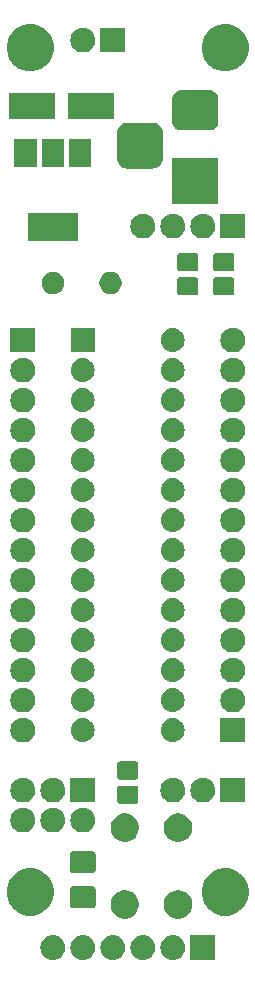
<source format=gts>
G04 #@! TF.GenerationSoftware,KiCad,Pcbnew,(5.0.1)-3*
G04 #@! TF.CreationDate,2018-11-10T00:41:14-08:00*
G04 #@! TF.ProjectId,firefly,66697265666C792E6B696361645F7063,A*
G04 #@! TF.SameCoordinates,Original*
G04 #@! TF.FileFunction,Soldermask,Top*
G04 #@! TF.FilePolarity,Negative*
%FSLAX46Y46*%
G04 Gerber Fmt 4.6, Leading zero omitted, Abs format (unit mm)*
G04 Created by KiCad (PCBNEW (5.0.1)-3) date 11/10/2018 12:41:14 AM*
%MOMM*%
%LPD*%
G01*
G04 APERTURE LIST*
%ADD10C,0.100000*%
G04 APERTURE END LIST*
D10*
G36*
X144654707Y-141832596D02*
X144731836Y-141840193D01*
X144863787Y-141880220D01*
X144929763Y-141900233D01*
X145112172Y-141997733D01*
X145272054Y-142128946D01*
X145403267Y-142288828D01*
X145500767Y-142471237D01*
X145500767Y-142471238D01*
X145560807Y-142669164D01*
X145581080Y-142875000D01*
X145560807Y-143080836D01*
X145520780Y-143212787D01*
X145500767Y-143278763D01*
X145403267Y-143461172D01*
X145272054Y-143621054D01*
X145112172Y-143752267D01*
X144929763Y-143849767D01*
X144863787Y-143869780D01*
X144731836Y-143909807D01*
X144654707Y-143917403D01*
X144577580Y-143925000D01*
X144474420Y-143925000D01*
X144397293Y-143917403D01*
X144320164Y-143909807D01*
X144188213Y-143869780D01*
X144122237Y-143849767D01*
X143939828Y-143752267D01*
X143779946Y-143621054D01*
X143648733Y-143461172D01*
X143551233Y-143278763D01*
X143531220Y-143212787D01*
X143491193Y-143080836D01*
X143470920Y-142875000D01*
X143491193Y-142669164D01*
X143551233Y-142471238D01*
X143551233Y-142471237D01*
X143648733Y-142288828D01*
X143779946Y-142128946D01*
X143939828Y-141997733D01*
X144122237Y-141900233D01*
X144188213Y-141880220D01*
X144320164Y-141840193D01*
X144397293Y-141832596D01*
X144474420Y-141825000D01*
X144577580Y-141825000D01*
X144654707Y-141832596D01*
X144654707Y-141832596D01*
G37*
G36*
X154814707Y-141832596D02*
X154891836Y-141840193D01*
X155023787Y-141880220D01*
X155089763Y-141900233D01*
X155272172Y-141997733D01*
X155432054Y-142128946D01*
X155563267Y-142288828D01*
X155660767Y-142471237D01*
X155660767Y-142471238D01*
X155720807Y-142669164D01*
X155741080Y-142875000D01*
X155720807Y-143080836D01*
X155680780Y-143212787D01*
X155660767Y-143278763D01*
X155563267Y-143461172D01*
X155432054Y-143621054D01*
X155272172Y-143752267D01*
X155089763Y-143849767D01*
X155023787Y-143869780D01*
X154891836Y-143909807D01*
X154814707Y-143917403D01*
X154737580Y-143925000D01*
X154634420Y-143925000D01*
X154557293Y-143917403D01*
X154480164Y-143909807D01*
X154348213Y-143869780D01*
X154282237Y-143849767D01*
X154099828Y-143752267D01*
X153939946Y-143621054D01*
X153808733Y-143461172D01*
X153711233Y-143278763D01*
X153691220Y-143212787D01*
X153651193Y-143080836D01*
X153630920Y-142875000D01*
X153651193Y-142669164D01*
X153711233Y-142471238D01*
X153711233Y-142471237D01*
X153808733Y-142288828D01*
X153939946Y-142128946D01*
X154099828Y-141997733D01*
X154282237Y-141900233D01*
X154348213Y-141880220D01*
X154480164Y-141840193D01*
X154557293Y-141832596D01*
X154634420Y-141825000D01*
X154737580Y-141825000D01*
X154814707Y-141832596D01*
X154814707Y-141832596D01*
G37*
G36*
X158276000Y-143925000D02*
X156176000Y-143925000D01*
X156176000Y-141825000D01*
X158276000Y-141825000D01*
X158276000Y-143925000D01*
X158276000Y-143925000D01*
G37*
G36*
X152274707Y-141832596D02*
X152351836Y-141840193D01*
X152483787Y-141880220D01*
X152549763Y-141900233D01*
X152732172Y-141997733D01*
X152892054Y-142128946D01*
X153023267Y-142288828D01*
X153120767Y-142471237D01*
X153120767Y-142471238D01*
X153180807Y-142669164D01*
X153201080Y-142875000D01*
X153180807Y-143080836D01*
X153140780Y-143212787D01*
X153120767Y-143278763D01*
X153023267Y-143461172D01*
X152892054Y-143621054D01*
X152732172Y-143752267D01*
X152549763Y-143849767D01*
X152483787Y-143869780D01*
X152351836Y-143909807D01*
X152274707Y-143917403D01*
X152197580Y-143925000D01*
X152094420Y-143925000D01*
X152017293Y-143917403D01*
X151940164Y-143909807D01*
X151808213Y-143869780D01*
X151742237Y-143849767D01*
X151559828Y-143752267D01*
X151399946Y-143621054D01*
X151268733Y-143461172D01*
X151171233Y-143278763D01*
X151151220Y-143212787D01*
X151111193Y-143080836D01*
X151090920Y-142875000D01*
X151111193Y-142669164D01*
X151171233Y-142471238D01*
X151171233Y-142471237D01*
X151268733Y-142288828D01*
X151399946Y-142128946D01*
X151559828Y-141997733D01*
X151742237Y-141900233D01*
X151808213Y-141880220D01*
X151940164Y-141840193D01*
X152017293Y-141832596D01*
X152094420Y-141825000D01*
X152197580Y-141825000D01*
X152274707Y-141832596D01*
X152274707Y-141832596D01*
G37*
G36*
X147194707Y-141832596D02*
X147271836Y-141840193D01*
X147403787Y-141880220D01*
X147469763Y-141900233D01*
X147652172Y-141997733D01*
X147812054Y-142128946D01*
X147943267Y-142288828D01*
X148040767Y-142471237D01*
X148040767Y-142471238D01*
X148100807Y-142669164D01*
X148121080Y-142875000D01*
X148100807Y-143080836D01*
X148060780Y-143212787D01*
X148040767Y-143278763D01*
X147943267Y-143461172D01*
X147812054Y-143621054D01*
X147652172Y-143752267D01*
X147469763Y-143849767D01*
X147403787Y-143869780D01*
X147271836Y-143909807D01*
X147194707Y-143917403D01*
X147117580Y-143925000D01*
X147014420Y-143925000D01*
X146937293Y-143917403D01*
X146860164Y-143909807D01*
X146728213Y-143869780D01*
X146662237Y-143849767D01*
X146479828Y-143752267D01*
X146319946Y-143621054D01*
X146188733Y-143461172D01*
X146091233Y-143278763D01*
X146071220Y-143212787D01*
X146031193Y-143080836D01*
X146010920Y-142875000D01*
X146031193Y-142669164D01*
X146091233Y-142471238D01*
X146091233Y-142471237D01*
X146188733Y-142288828D01*
X146319946Y-142128946D01*
X146479828Y-141997733D01*
X146662237Y-141900233D01*
X146728213Y-141880220D01*
X146860164Y-141840193D01*
X146937293Y-141832596D01*
X147014420Y-141825000D01*
X147117580Y-141825000D01*
X147194707Y-141832596D01*
X147194707Y-141832596D01*
G37*
G36*
X149734707Y-141832596D02*
X149811836Y-141840193D01*
X149943787Y-141880220D01*
X150009763Y-141900233D01*
X150192172Y-141997733D01*
X150352054Y-142128946D01*
X150483267Y-142288828D01*
X150580767Y-142471237D01*
X150580767Y-142471238D01*
X150640807Y-142669164D01*
X150661080Y-142875000D01*
X150640807Y-143080836D01*
X150600780Y-143212787D01*
X150580767Y-143278763D01*
X150483267Y-143461172D01*
X150352054Y-143621054D01*
X150192172Y-143752267D01*
X150009763Y-143849767D01*
X149943787Y-143869780D01*
X149811836Y-143909807D01*
X149734707Y-143917403D01*
X149657580Y-143925000D01*
X149554420Y-143925000D01*
X149477293Y-143917403D01*
X149400164Y-143909807D01*
X149268213Y-143869780D01*
X149202237Y-143849767D01*
X149019828Y-143752267D01*
X148859946Y-143621054D01*
X148728733Y-143461172D01*
X148631233Y-143278763D01*
X148611220Y-143212787D01*
X148571193Y-143080836D01*
X148550920Y-142875000D01*
X148571193Y-142669164D01*
X148631233Y-142471238D01*
X148631233Y-142471237D01*
X148728733Y-142288828D01*
X148859946Y-142128946D01*
X149019828Y-141997733D01*
X149202237Y-141900233D01*
X149268213Y-141880220D01*
X149400164Y-141840193D01*
X149477293Y-141832596D01*
X149554420Y-141825000D01*
X149657580Y-141825000D01*
X149734707Y-141832596D01*
X149734707Y-141832596D01*
G37*
G36*
X155472026Y-138061115D02*
X155690412Y-138151573D01*
X155886958Y-138282901D01*
X156054099Y-138450042D01*
X156185427Y-138646588D01*
X156275885Y-138864974D01*
X156322000Y-139096809D01*
X156322000Y-139333191D01*
X156275885Y-139565026D01*
X156185427Y-139783412D01*
X156054099Y-139979958D01*
X155886958Y-140147099D01*
X155690412Y-140278427D01*
X155472026Y-140368885D01*
X155240191Y-140415000D01*
X155003809Y-140415000D01*
X154771974Y-140368885D01*
X154553588Y-140278427D01*
X154357042Y-140147099D01*
X154189901Y-139979958D01*
X154058573Y-139783412D01*
X153968115Y-139565026D01*
X153922000Y-139333191D01*
X153922000Y-139096809D01*
X153968115Y-138864974D01*
X154058573Y-138646588D01*
X154189901Y-138450042D01*
X154357042Y-138282901D01*
X154553588Y-138151573D01*
X154771974Y-138061115D01*
X155003809Y-138015000D01*
X155240191Y-138015000D01*
X155472026Y-138061115D01*
X155472026Y-138061115D01*
G37*
G36*
X150972026Y-138061115D02*
X151190412Y-138151573D01*
X151386958Y-138282901D01*
X151554099Y-138450042D01*
X151685427Y-138646588D01*
X151775885Y-138864974D01*
X151822000Y-139096809D01*
X151822000Y-139333191D01*
X151775885Y-139565026D01*
X151685427Y-139783412D01*
X151554099Y-139979958D01*
X151386958Y-140147099D01*
X151190412Y-140278427D01*
X150972026Y-140368885D01*
X150740191Y-140415000D01*
X150503809Y-140415000D01*
X150271974Y-140368885D01*
X150053588Y-140278427D01*
X149857042Y-140147099D01*
X149689901Y-139979958D01*
X149558573Y-139783412D01*
X149468115Y-139565026D01*
X149422000Y-139333191D01*
X149422000Y-139096809D01*
X149468115Y-138864974D01*
X149558573Y-138646588D01*
X149689901Y-138450042D01*
X149857042Y-138282901D01*
X150053588Y-138151573D01*
X150271974Y-138061115D01*
X150503809Y-138015000D01*
X150740191Y-138015000D01*
X150972026Y-138061115D01*
X150972026Y-138061115D01*
G37*
G36*
X159714378Y-136252859D02*
X160078354Y-136403622D01*
X160405929Y-136622501D01*
X160684499Y-136901071D01*
X160903378Y-137228646D01*
X161054141Y-137592622D01*
X161131000Y-137979016D01*
X161131000Y-138372984D01*
X161054141Y-138759378D01*
X160903378Y-139123354D01*
X160684499Y-139450929D01*
X160405929Y-139729499D01*
X160078354Y-139948378D01*
X159714378Y-140099141D01*
X159327984Y-140176000D01*
X158934016Y-140176000D01*
X158547622Y-140099141D01*
X158183646Y-139948378D01*
X157856071Y-139729499D01*
X157577501Y-139450929D01*
X157358622Y-139123354D01*
X157207859Y-138759378D01*
X157131000Y-138372984D01*
X157131000Y-137979016D01*
X157207859Y-137592622D01*
X157358622Y-137228646D01*
X157577501Y-136901071D01*
X157856071Y-136622501D01*
X158183646Y-136403622D01*
X158547622Y-136252859D01*
X158934016Y-136176000D01*
X159327984Y-136176000D01*
X159714378Y-136252859D01*
X159714378Y-136252859D01*
G37*
G36*
X143204378Y-136252859D02*
X143568354Y-136403622D01*
X143895929Y-136622501D01*
X144174499Y-136901071D01*
X144393378Y-137228646D01*
X144544141Y-137592622D01*
X144621000Y-137979016D01*
X144621000Y-138372984D01*
X144544141Y-138759378D01*
X144393378Y-139123354D01*
X144174499Y-139450929D01*
X143895929Y-139729499D01*
X143568354Y-139948378D01*
X143204378Y-140099141D01*
X142817984Y-140176000D01*
X142424016Y-140176000D01*
X142037622Y-140099141D01*
X141673646Y-139948378D01*
X141346071Y-139729499D01*
X141067501Y-139450929D01*
X140848622Y-139123354D01*
X140697859Y-138759378D01*
X140621000Y-138372984D01*
X140621000Y-137979016D01*
X140697859Y-137592622D01*
X140848622Y-137228646D01*
X141067501Y-136901071D01*
X141346071Y-136622501D01*
X141673646Y-136403622D01*
X142037622Y-136252859D01*
X142424016Y-136176000D01*
X142817984Y-136176000D01*
X143204378Y-136252859D01*
X143204378Y-136252859D01*
G37*
G36*
X147948482Y-137703686D02*
X147993204Y-137717253D01*
X148034433Y-137739290D01*
X148070561Y-137768939D01*
X148100210Y-137805067D01*
X148122247Y-137846296D01*
X148135814Y-137891018D01*
X148141000Y-137943675D01*
X148141000Y-139278325D01*
X148135814Y-139330982D01*
X148122247Y-139375704D01*
X148100210Y-139416933D01*
X148070561Y-139453061D01*
X148034433Y-139482710D01*
X147993204Y-139504747D01*
X147948482Y-139518314D01*
X147895825Y-139523500D01*
X146236175Y-139523500D01*
X146183518Y-139518314D01*
X146138796Y-139504747D01*
X146097567Y-139482710D01*
X146061439Y-139453061D01*
X146031790Y-139416933D01*
X146009753Y-139375704D01*
X145996186Y-139330982D01*
X145991000Y-139278325D01*
X145991000Y-137943675D01*
X145996186Y-137891018D01*
X146009753Y-137846296D01*
X146031790Y-137805067D01*
X146061439Y-137768939D01*
X146097567Y-137739290D01*
X146138796Y-137717253D01*
X146183518Y-137703686D01*
X146236175Y-137698500D01*
X147895825Y-137698500D01*
X147948482Y-137703686D01*
X147948482Y-137703686D01*
G37*
G36*
X147948482Y-134728686D02*
X147993204Y-134742253D01*
X148034433Y-134764290D01*
X148070561Y-134793939D01*
X148100210Y-134830067D01*
X148122247Y-134871296D01*
X148135814Y-134916018D01*
X148141000Y-134968675D01*
X148141000Y-136303325D01*
X148135814Y-136355982D01*
X148122247Y-136400704D01*
X148100210Y-136441933D01*
X148070561Y-136478061D01*
X148034433Y-136507710D01*
X147993204Y-136529747D01*
X147948482Y-136543314D01*
X147895825Y-136548500D01*
X146236175Y-136548500D01*
X146183518Y-136543314D01*
X146138796Y-136529747D01*
X146097567Y-136507710D01*
X146061439Y-136478061D01*
X146031790Y-136441933D01*
X146009753Y-136400704D01*
X145996186Y-136355982D01*
X145991000Y-136303325D01*
X145991000Y-134968675D01*
X145996186Y-134916018D01*
X146009753Y-134871296D01*
X146031790Y-134830067D01*
X146061439Y-134793939D01*
X146097567Y-134764290D01*
X146138796Y-134742253D01*
X146183518Y-134728686D01*
X146236175Y-134723500D01*
X147895825Y-134723500D01*
X147948482Y-134728686D01*
X147948482Y-134728686D01*
G37*
G36*
X155472026Y-131561115D02*
X155690412Y-131651573D01*
X155886958Y-131782901D01*
X156054099Y-131950042D01*
X156185427Y-132146588D01*
X156275885Y-132364974D01*
X156322000Y-132596809D01*
X156322000Y-132833191D01*
X156275885Y-133065026D01*
X156185427Y-133283412D01*
X156054099Y-133479958D01*
X155886958Y-133647099D01*
X155690412Y-133778427D01*
X155472026Y-133868885D01*
X155240191Y-133915000D01*
X155003809Y-133915000D01*
X154771974Y-133868885D01*
X154553588Y-133778427D01*
X154357042Y-133647099D01*
X154189901Y-133479958D01*
X154058573Y-133283412D01*
X153968115Y-133065026D01*
X153922000Y-132833191D01*
X153922000Y-132596809D01*
X153968115Y-132364974D01*
X154058573Y-132146588D01*
X154189901Y-131950042D01*
X154357042Y-131782901D01*
X154553588Y-131651573D01*
X154771974Y-131561115D01*
X155003809Y-131515000D01*
X155240191Y-131515000D01*
X155472026Y-131561115D01*
X155472026Y-131561115D01*
G37*
G36*
X150972026Y-131561115D02*
X151190412Y-131651573D01*
X151386958Y-131782901D01*
X151554099Y-131950042D01*
X151685427Y-132146588D01*
X151775885Y-132364974D01*
X151822000Y-132596809D01*
X151822000Y-132833191D01*
X151775885Y-133065026D01*
X151685427Y-133283412D01*
X151554099Y-133479958D01*
X151386958Y-133647099D01*
X151190412Y-133778427D01*
X150972026Y-133868885D01*
X150740191Y-133915000D01*
X150503809Y-133915000D01*
X150271974Y-133868885D01*
X150053588Y-133778427D01*
X149857042Y-133647099D01*
X149689901Y-133479958D01*
X149558573Y-133283412D01*
X149468115Y-133065026D01*
X149422000Y-132833191D01*
X149422000Y-132596809D01*
X149468115Y-132364974D01*
X149558573Y-132146588D01*
X149689901Y-131950042D01*
X149857042Y-131782901D01*
X150053588Y-131651573D01*
X150271974Y-131561115D01*
X150503809Y-131515000D01*
X150740191Y-131515000D01*
X150972026Y-131561115D01*
X150972026Y-131561115D01*
G37*
G36*
X142114707Y-131037597D02*
X142191836Y-131045193D01*
X142323787Y-131085220D01*
X142389763Y-131105233D01*
X142572172Y-131202733D01*
X142732054Y-131333946D01*
X142863267Y-131493828D01*
X142960767Y-131676237D01*
X142960767Y-131676238D01*
X143020807Y-131874164D01*
X143041080Y-132080000D01*
X143020807Y-132285836D01*
X142996801Y-132364973D01*
X142960767Y-132483763D01*
X142863267Y-132666172D01*
X142732054Y-132826054D01*
X142572172Y-132957267D01*
X142389763Y-133054767D01*
X142323787Y-133074780D01*
X142191836Y-133114807D01*
X142114707Y-133122403D01*
X142037580Y-133130000D01*
X141934420Y-133130000D01*
X141857293Y-133122403D01*
X141780164Y-133114807D01*
X141648213Y-133074780D01*
X141582237Y-133054767D01*
X141399828Y-132957267D01*
X141239946Y-132826054D01*
X141108733Y-132666172D01*
X141011233Y-132483763D01*
X140975199Y-132364973D01*
X140951193Y-132285836D01*
X140930920Y-132080000D01*
X140951193Y-131874164D01*
X141011233Y-131676238D01*
X141011233Y-131676237D01*
X141108733Y-131493828D01*
X141239946Y-131333946D01*
X141399828Y-131202733D01*
X141582237Y-131105233D01*
X141648213Y-131085220D01*
X141780164Y-131045193D01*
X141857293Y-131037597D01*
X141934420Y-131030000D01*
X142037580Y-131030000D01*
X142114707Y-131037597D01*
X142114707Y-131037597D01*
G37*
G36*
X144654707Y-131037597D02*
X144731836Y-131045193D01*
X144863787Y-131085220D01*
X144929763Y-131105233D01*
X145112172Y-131202733D01*
X145272054Y-131333946D01*
X145403267Y-131493828D01*
X145500767Y-131676237D01*
X145500767Y-131676238D01*
X145560807Y-131874164D01*
X145581080Y-132080000D01*
X145560807Y-132285836D01*
X145536801Y-132364973D01*
X145500767Y-132483763D01*
X145403267Y-132666172D01*
X145272054Y-132826054D01*
X145112172Y-132957267D01*
X144929763Y-133054767D01*
X144863787Y-133074780D01*
X144731836Y-133114807D01*
X144654707Y-133122403D01*
X144577580Y-133130000D01*
X144474420Y-133130000D01*
X144397293Y-133122403D01*
X144320164Y-133114807D01*
X144188213Y-133074780D01*
X144122237Y-133054767D01*
X143939828Y-132957267D01*
X143779946Y-132826054D01*
X143648733Y-132666172D01*
X143551233Y-132483763D01*
X143515199Y-132364973D01*
X143491193Y-132285836D01*
X143470920Y-132080000D01*
X143491193Y-131874164D01*
X143551233Y-131676238D01*
X143551233Y-131676237D01*
X143648733Y-131493828D01*
X143779946Y-131333946D01*
X143939828Y-131202733D01*
X144122237Y-131105233D01*
X144188213Y-131085220D01*
X144320164Y-131045193D01*
X144397293Y-131037597D01*
X144474420Y-131030000D01*
X144577580Y-131030000D01*
X144654707Y-131037597D01*
X144654707Y-131037597D01*
G37*
G36*
X147194707Y-131037597D02*
X147271836Y-131045193D01*
X147403787Y-131085220D01*
X147469763Y-131105233D01*
X147652172Y-131202733D01*
X147812054Y-131333946D01*
X147943267Y-131493828D01*
X148040767Y-131676237D01*
X148040767Y-131676238D01*
X148100807Y-131874164D01*
X148121080Y-132080000D01*
X148100807Y-132285836D01*
X148076801Y-132364973D01*
X148040767Y-132483763D01*
X147943267Y-132666172D01*
X147812054Y-132826054D01*
X147652172Y-132957267D01*
X147469763Y-133054767D01*
X147403787Y-133074780D01*
X147271836Y-133114807D01*
X147194707Y-133122403D01*
X147117580Y-133130000D01*
X147014420Y-133130000D01*
X146937293Y-133122403D01*
X146860164Y-133114807D01*
X146728213Y-133074780D01*
X146662237Y-133054767D01*
X146479828Y-132957267D01*
X146319946Y-132826054D01*
X146188733Y-132666172D01*
X146091233Y-132483763D01*
X146055199Y-132364973D01*
X146031193Y-132285836D01*
X146010920Y-132080000D01*
X146031193Y-131874164D01*
X146091233Y-131676238D01*
X146091233Y-131676237D01*
X146188733Y-131493828D01*
X146319946Y-131333946D01*
X146479828Y-131202733D01*
X146662237Y-131105233D01*
X146728213Y-131085220D01*
X146860164Y-131045193D01*
X146937293Y-131037597D01*
X147014420Y-131030000D01*
X147117580Y-131030000D01*
X147194707Y-131037597D01*
X147194707Y-131037597D01*
G37*
G36*
X151561530Y-129160710D02*
X151611379Y-129175831D01*
X151657311Y-129200382D01*
X151697574Y-129233426D01*
X151730618Y-129273689D01*
X151755169Y-129319621D01*
X151770290Y-129369470D01*
X151776000Y-129427444D01*
X151776000Y-130432556D01*
X151770290Y-130490530D01*
X151755169Y-130540379D01*
X151730618Y-130586311D01*
X151697574Y-130626574D01*
X151657311Y-130659618D01*
X151611379Y-130684169D01*
X151561530Y-130699290D01*
X151503556Y-130705000D01*
X150248444Y-130705000D01*
X150190470Y-130699290D01*
X150140621Y-130684169D01*
X150094689Y-130659618D01*
X150054426Y-130626574D01*
X150021382Y-130586311D01*
X149996831Y-130540379D01*
X149981710Y-130490530D01*
X149976000Y-130432556D01*
X149976000Y-129427444D01*
X149981710Y-129369470D01*
X149996831Y-129319621D01*
X150021382Y-129273689D01*
X150054426Y-129233426D01*
X150094689Y-129200382D01*
X150140621Y-129175831D01*
X150190470Y-129160710D01*
X150248444Y-129155000D01*
X151503556Y-129155000D01*
X151561530Y-129160710D01*
X151561530Y-129160710D01*
G37*
G36*
X160816000Y-130590000D02*
X158716000Y-130590000D01*
X158716000Y-128490000D01*
X160816000Y-128490000D01*
X160816000Y-130590000D01*
X160816000Y-130590000D01*
G37*
G36*
X157354707Y-128497597D02*
X157431836Y-128505193D01*
X157563787Y-128545220D01*
X157629763Y-128565233D01*
X157812172Y-128662733D01*
X157972054Y-128793946D01*
X158103267Y-128953828D01*
X158200767Y-129136237D01*
X158208423Y-129161475D01*
X158260807Y-129334164D01*
X158281080Y-129540000D01*
X158260807Y-129745836D01*
X158220780Y-129877787D01*
X158200767Y-129943763D01*
X158103267Y-130126172D01*
X157972054Y-130286054D01*
X157812172Y-130417267D01*
X157629763Y-130514767D01*
X157563787Y-130534780D01*
X157431836Y-130574807D01*
X157354707Y-130582403D01*
X157277580Y-130590000D01*
X157174420Y-130590000D01*
X157097293Y-130582403D01*
X157020164Y-130574807D01*
X156888213Y-130534780D01*
X156822237Y-130514767D01*
X156639828Y-130417267D01*
X156479946Y-130286054D01*
X156348733Y-130126172D01*
X156251233Y-129943763D01*
X156231220Y-129877787D01*
X156191193Y-129745836D01*
X156170920Y-129540000D01*
X156191193Y-129334164D01*
X156243577Y-129161475D01*
X156251233Y-129136237D01*
X156348733Y-128953828D01*
X156479946Y-128793946D01*
X156639828Y-128662733D01*
X156822237Y-128565233D01*
X156888213Y-128545220D01*
X157020164Y-128505193D01*
X157097293Y-128497597D01*
X157174420Y-128490000D01*
X157277580Y-128490000D01*
X157354707Y-128497597D01*
X157354707Y-128497597D01*
G37*
G36*
X154814707Y-128497597D02*
X154891836Y-128505193D01*
X155023787Y-128545220D01*
X155089763Y-128565233D01*
X155272172Y-128662733D01*
X155432054Y-128793946D01*
X155563267Y-128953828D01*
X155660767Y-129136237D01*
X155668423Y-129161475D01*
X155720807Y-129334164D01*
X155741080Y-129540000D01*
X155720807Y-129745836D01*
X155680780Y-129877787D01*
X155660767Y-129943763D01*
X155563267Y-130126172D01*
X155432054Y-130286054D01*
X155272172Y-130417267D01*
X155089763Y-130514767D01*
X155023787Y-130534780D01*
X154891836Y-130574807D01*
X154814707Y-130582403D01*
X154737580Y-130590000D01*
X154634420Y-130590000D01*
X154557293Y-130582403D01*
X154480164Y-130574807D01*
X154348213Y-130534780D01*
X154282237Y-130514767D01*
X154099828Y-130417267D01*
X153939946Y-130286054D01*
X153808733Y-130126172D01*
X153711233Y-129943763D01*
X153691220Y-129877787D01*
X153651193Y-129745836D01*
X153630920Y-129540000D01*
X153651193Y-129334164D01*
X153703577Y-129161475D01*
X153711233Y-129136237D01*
X153808733Y-128953828D01*
X153939946Y-128793946D01*
X154099828Y-128662733D01*
X154282237Y-128565233D01*
X154348213Y-128545220D01*
X154480164Y-128505193D01*
X154557293Y-128497597D01*
X154634420Y-128490000D01*
X154737580Y-128490000D01*
X154814707Y-128497597D01*
X154814707Y-128497597D01*
G37*
G36*
X148116000Y-130590000D02*
X146016000Y-130590000D01*
X146016000Y-128490000D01*
X148116000Y-128490000D01*
X148116000Y-130590000D01*
X148116000Y-130590000D01*
G37*
G36*
X144654707Y-128497597D02*
X144731836Y-128505193D01*
X144863787Y-128545220D01*
X144929763Y-128565233D01*
X145112172Y-128662733D01*
X145272054Y-128793946D01*
X145403267Y-128953828D01*
X145500767Y-129136237D01*
X145508423Y-129161475D01*
X145560807Y-129334164D01*
X145581080Y-129540000D01*
X145560807Y-129745836D01*
X145520780Y-129877787D01*
X145500767Y-129943763D01*
X145403267Y-130126172D01*
X145272054Y-130286054D01*
X145112172Y-130417267D01*
X144929763Y-130514767D01*
X144863787Y-130534780D01*
X144731836Y-130574807D01*
X144654707Y-130582403D01*
X144577580Y-130590000D01*
X144474420Y-130590000D01*
X144397293Y-130582403D01*
X144320164Y-130574807D01*
X144188213Y-130534780D01*
X144122237Y-130514767D01*
X143939828Y-130417267D01*
X143779946Y-130286054D01*
X143648733Y-130126172D01*
X143551233Y-129943763D01*
X143531220Y-129877787D01*
X143491193Y-129745836D01*
X143470920Y-129540000D01*
X143491193Y-129334164D01*
X143543577Y-129161475D01*
X143551233Y-129136237D01*
X143648733Y-128953828D01*
X143779946Y-128793946D01*
X143939828Y-128662733D01*
X144122237Y-128565233D01*
X144188213Y-128545220D01*
X144320164Y-128505193D01*
X144397293Y-128497597D01*
X144474420Y-128490000D01*
X144577580Y-128490000D01*
X144654707Y-128497597D01*
X144654707Y-128497597D01*
G37*
G36*
X142114707Y-128497597D02*
X142191836Y-128505193D01*
X142323787Y-128545220D01*
X142389763Y-128565233D01*
X142572172Y-128662733D01*
X142732054Y-128793946D01*
X142863267Y-128953828D01*
X142960767Y-129136237D01*
X142968423Y-129161475D01*
X143020807Y-129334164D01*
X143041080Y-129540000D01*
X143020807Y-129745836D01*
X142980780Y-129877787D01*
X142960767Y-129943763D01*
X142863267Y-130126172D01*
X142732054Y-130286054D01*
X142572172Y-130417267D01*
X142389763Y-130514767D01*
X142323787Y-130534780D01*
X142191836Y-130574807D01*
X142114707Y-130582403D01*
X142037580Y-130590000D01*
X141934420Y-130590000D01*
X141857293Y-130582403D01*
X141780164Y-130574807D01*
X141648213Y-130534780D01*
X141582237Y-130514767D01*
X141399828Y-130417267D01*
X141239946Y-130286054D01*
X141108733Y-130126172D01*
X141011233Y-129943763D01*
X140991220Y-129877787D01*
X140951193Y-129745836D01*
X140930920Y-129540000D01*
X140951193Y-129334164D01*
X141003577Y-129161475D01*
X141011233Y-129136237D01*
X141108733Y-128953828D01*
X141239946Y-128793946D01*
X141399828Y-128662733D01*
X141582237Y-128565233D01*
X141648213Y-128545220D01*
X141780164Y-128505193D01*
X141857293Y-128497597D01*
X141934420Y-128490000D01*
X142037580Y-128490000D01*
X142114707Y-128497597D01*
X142114707Y-128497597D01*
G37*
G36*
X151561530Y-127110710D02*
X151611379Y-127125831D01*
X151657311Y-127150382D01*
X151697574Y-127183426D01*
X151730618Y-127223689D01*
X151755169Y-127269621D01*
X151770290Y-127319470D01*
X151776000Y-127377444D01*
X151776000Y-128382556D01*
X151770290Y-128440530D01*
X151755169Y-128490379D01*
X151730618Y-128536311D01*
X151697574Y-128576574D01*
X151657311Y-128609618D01*
X151611379Y-128634169D01*
X151561530Y-128649290D01*
X151503556Y-128655000D01*
X150248444Y-128655000D01*
X150190470Y-128649290D01*
X150140621Y-128634169D01*
X150094689Y-128609618D01*
X150054426Y-128576574D01*
X150021382Y-128536311D01*
X149996831Y-128490379D01*
X149981710Y-128440530D01*
X149976000Y-128382556D01*
X149976000Y-127377444D01*
X149981710Y-127319470D01*
X149996831Y-127269621D01*
X150021382Y-127223689D01*
X150054426Y-127183426D01*
X150094689Y-127150382D01*
X150140621Y-127125831D01*
X150190470Y-127110710D01*
X150248444Y-127105000D01*
X151503556Y-127105000D01*
X151561530Y-127110710D01*
X151561530Y-127110710D01*
G37*
G36*
X142114707Y-123417596D02*
X142191836Y-123425193D01*
X142323787Y-123465220D01*
X142389763Y-123485233D01*
X142572172Y-123582733D01*
X142732054Y-123713946D01*
X142863267Y-123873828D01*
X142960767Y-124056237D01*
X142980780Y-124122213D01*
X143020807Y-124254164D01*
X143041080Y-124460000D01*
X143020807Y-124665836D01*
X142980780Y-124797787D01*
X142960767Y-124863763D01*
X142863267Y-125046172D01*
X142732054Y-125206054D01*
X142572172Y-125337267D01*
X142389763Y-125434767D01*
X142354281Y-125445530D01*
X142191836Y-125494807D01*
X142114707Y-125502403D01*
X142037580Y-125510000D01*
X141934420Y-125510000D01*
X141857293Y-125502403D01*
X141780164Y-125494807D01*
X141617719Y-125445530D01*
X141582237Y-125434767D01*
X141399828Y-125337267D01*
X141239946Y-125206054D01*
X141108733Y-125046172D01*
X141011233Y-124863763D01*
X140991220Y-124797787D01*
X140951193Y-124665836D01*
X140930920Y-124460000D01*
X140951193Y-124254164D01*
X140991220Y-124122213D01*
X141011233Y-124056237D01*
X141108733Y-123873828D01*
X141239946Y-123713946D01*
X141399828Y-123582733D01*
X141582237Y-123485233D01*
X141648213Y-123465220D01*
X141780164Y-123425193D01*
X141857293Y-123417596D01*
X141934420Y-123410000D01*
X142037580Y-123410000D01*
X142114707Y-123417596D01*
X142114707Y-123417596D01*
G37*
G36*
X160816000Y-125510000D02*
X158716000Y-125510000D01*
X158716000Y-123410000D01*
X160816000Y-123410000D01*
X160816000Y-125510000D01*
X160816000Y-125510000D01*
G37*
G36*
X147262030Y-123474469D02*
X147262033Y-123474470D01*
X147262034Y-123474470D01*
X147450535Y-123531651D01*
X147450537Y-123531652D01*
X147624260Y-123624509D01*
X147776528Y-123749472D01*
X147901491Y-123901740D01*
X147901492Y-123901742D01*
X147994349Y-124075465D01*
X148048557Y-124254166D01*
X148051531Y-124263970D01*
X148070838Y-124460000D01*
X148051531Y-124656030D01*
X148051530Y-124656033D01*
X148051530Y-124656034D01*
X148048557Y-124665836D01*
X147994348Y-124844537D01*
X147901491Y-125018260D01*
X147776528Y-125170528D01*
X147624260Y-125295491D01*
X147624258Y-125295492D01*
X147450535Y-125388349D01*
X147262034Y-125445530D01*
X147262033Y-125445530D01*
X147262030Y-125445531D01*
X147115124Y-125460000D01*
X147016876Y-125460000D01*
X146869970Y-125445531D01*
X146869967Y-125445530D01*
X146869966Y-125445530D01*
X146681465Y-125388349D01*
X146507742Y-125295492D01*
X146507740Y-125295491D01*
X146355472Y-125170528D01*
X146230509Y-125018260D01*
X146137652Y-124844537D01*
X146083444Y-124665836D01*
X146080470Y-124656034D01*
X146080470Y-124656033D01*
X146080469Y-124656030D01*
X146061162Y-124460000D01*
X146080469Y-124263970D01*
X146083443Y-124254166D01*
X146137651Y-124075465D01*
X146230508Y-123901742D01*
X146230509Y-123901740D01*
X146355472Y-123749472D01*
X146507740Y-123624509D01*
X146681463Y-123531652D01*
X146681465Y-123531651D01*
X146869966Y-123474470D01*
X146869967Y-123474470D01*
X146869970Y-123474469D01*
X147016876Y-123460000D01*
X147115124Y-123460000D01*
X147262030Y-123474469D01*
X147262030Y-123474469D01*
G37*
G36*
X154882030Y-123474469D02*
X154882033Y-123474470D01*
X154882034Y-123474470D01*
X155070535Y-123531651D01*
X155070537Y-123531652D01*
X155244260Y-123624509D01*
X155396528Y-123749472D01*
X155521491Y-123901740D01*
X155521492Y-123901742D01*
X155614349Y-124075465D01*
X155668557Y-124254166D01*
X155671531Y-124263970D01*
X155690838Y-124460000D01*
X155671531Y-124656030D01*
X155671530Y-124656033D01*
X155671530Y-124656034D01*
X155668557Y-124665836D01*
X155614348Y-124844537D01*
X155521491Y-125018260D01*
X155396528Y-125170528D01*
X155244260Y-125295491D01*
X155244258Y-125295492D01*
X155070535Y-125388349D01*
X154882034Y-125445530D01*
X154882033Y-125445530D01*
X154882030Y-125445531D01*
X154735124Y-125460000D01*
X154636876Y-125460000D01*
X154489970Y-125445531D01*
X154489967Y-125445530D01*
X154489966Y-125445530D01*
X154301465Y-125388349D01*
X154127742Y-125295492D01*
X154127740Y-125295491D01*
X153975472Y-125170528D01*
X153850509Y-125018260D01*
X153757652Y-124844537D01*
X153703444Y-124665836D01*
X153700470Y-124656034D01*
X153700470Y-124656033D01*
X153700469Y-124656030D01*
X153681162Y-124460000D01*
X153700469Y-124263970D01*
X153703443Y-124254166D01*
X153757651Y-124075465D01*
X153850508Y-123901742D01*
X153850509Y-123901740D01*
X153975472Y-123749472D01*
X154127740Y-123624509D01*
X154301463Y-123531652D01*
X154301465Y-123531651D01*
X154489966Y-123474470D01*
X154489967Y-123474470D01*
X154489970Y-123474469D01*
X154636876Y-123460000D01*
X154735124Y-123460000D01*
X154882030Y-123474469D01*
X154882030Y-123474469D01*
G37*
G36*
X159894707Y-120877596D02*
X159971836Y-120885193D01*
X160103787Y-120925220D01*
X160169763Y-120945233D01*
X160352172Y-121042733D01*
X160512054Y-121173946D01*
X160643267Y-121333828D01*
X160740767Y-121516237D01*
X160760780Y-121582213D01*
X160800807Y-121714164D01*
X160821080Y-121920000D01*
X160800807Y-122125836D01*
X160760780Y-122257787D01*
X160740767Y-122323763D01*
X160643267Y-122506172D01*
X160512054Y-122666054D01*
X160352172Y-122797267D01*
X160169763Y-122894767D01*
X160134281Y-122905530D01*
X159971836Y-122954807D01*
X159894707Y-122962403D01*
X159817580Y-122970000D01*
X159714420Y-122970000D01*
X159637293Y-122962403D01*
X159560164Y-122954807D01*
X159397719Y-122905530D01*
X159362237Y-122894767D01*
X159179828Y-122797267D01*
X159019946Y-122666054D01*
X158888733Y-122506172D01*
X158791233Y-122323763D01*
X158771220Y-122257787D01*
X158731193Y-122125836D01*
X158710920Y-121920000D01*
X158731193Y-121714164D01*
X158771220Y-121582213D01*
X158791233Y-121516237D01*
X158888733Y-121333828D01*
X159019946Y-121173946D01*
X159179828Y-121042733D01*
X159362237Y-120945233D01*
X159428213Y-120925220D01*
X159560164Y-120885193D01*
X159637293Y-120877596D01*
X159714420Y-120870000D01*
X159817580Y-120870000D01*
X159894707Y-120877596D01*
X159894707Y-120877596D01*
G37*
G36*
X142114707Y-120877596D02*
X142191836Y-120885193D01*
X142323787Y-120925220D01*
X142389763Y-120945233D01*
X142572172Y-121042733D01*
X142732054Y-121173946D01*
X142863267Y-121333828D01*
X142960767Y-121516237D01*
X142980780Y-121582213D01*
X143020807Y-121714164D01*
X143041080Y-121920000D01*
X143020807Y-122125836D01*
X142980780Y-122257787D01*
X142960767Y-122323763D01*
X142863267Y-122506172D01*
X142732054Y-122666054D01*
X142572172Y-122797267D01*
X142389763Y-122894767D01*
X142354281Y-122905530D01*
X142191836Y-122954807D01*
X142114707Y-122962403D01*
X142037580Y-122970000D01*
X141934420Y-122970000D01*
X141857293Y-122962403D01*
X141780164Y-122954807D01*
X141617719Y-122905530D01*
X141582237Y-122894767D01*
X141399828Y-122797267D01*
X141239946Y-122666054D01*
X141108733Y-122506172D01*
X141011233Y-122323763D01*
X140991220Y-122257787D01*
X140951193Y-122125836D01*
X140930920Y-121920000D01*
X140951193Y-121714164D01*
X140991220Y-121582213D01*
X141011233Y-121516237D01*
X141108733Y-121333828D01*
X141239946Y-121173946D01*
X141399828Y-121042733D01*
X141582237Y-120945233D01*
X141648213Y-120925220D01*
X141780164Y-120885193D01*
X141857293Y-120877596D01*
X141934420Y-120870000D01*
X142037580Y-120870000D01*
X142114707Y-120877596D01*
X142114707Y-120877596D01*
G37*
G36*
X147262030Y-120934469D02*
X147262033Y-120934470D01*
X147262034Y-120934470D01*
X147450535Y-120991651D01*
X147450537Y-120991652D01*
X147624260Y-121084509D01*
X147776528Y-121209472D01*
X147901491Y-121361740D01*
X147901492Y-121361742D01*
X147994349Y-121535465D01*
X148048557Y-121714166D01*
X148051531Y-121723970D01*
X148070838Y-121920000D01*
X148051531Y-122116030D01*
X148051530Y-122116033D01*
X148051530Y-122116034D01*
X148048557Y-122125836D01*
X147994348Y-122304537D01*
X147901491Y-122478260D01*
X147776528Y-122630528D01*
X147624260Y-122755491D01*
X147624258Y-122755492D01*
X147450535Y-122848349D01*
X147262034Y-122905530D01*
X147262033Y-122905530D01*
X147262030Y-122905531D01*
X147115124Y-122920000D01*
X147016876Y-122920000D01*
X146869970Y-122905531D01*
X146869967Y-122905530D01*
X146869966Y-122905530D01*
X146681465Y-122848349D01*
X146507742Y-122755492D01*
X146507740Y-122755491D01*
X146355472Y-122630528D01*
X146230509Y-122478260D01*
X146137652Y-122304537D01*
X146083444Y-122125836D01*
X146080470Y-122116034D01*
X146080470Y-122116033D01*
X146080469Y-122116030D01*
X146061162Y-121920000D01*
X146080469Y-121723970D01*
X146083443Y-121714166D01*
X146137651Y-121535465D01*
X146230508Y-121361742D01*
X146230509Y-121361740D01*
X146355472Y-121209472D01*
X146507740Y-121084509D01*
X146681463Y-120991652D01*
X146681465Y-120991651D01*
X146869966Y-120934470D01*
X146869967Y-120934470D01*
X146869970Y-120934469D01*
X147016876Y-120920000D01*
X147115124Y-120920000D01*
X147262030Y-120934469D01*
X147262030Y-120934469D01*
G37*
G36*
X154882030Y-120934469D02*
X154882033Y-120934470D01*
X154882034Y-120934470D01*
X155070535Y-120991651D01*
X155070537Y-120991652D01*
X155244260Y-121084509D01*
X155396528Y-121209472D01*
X155521491Y-121361740D01*
X155521492Y-121361742D01*
X155614349Y-121535465D01*
X155668557Y-121714166D01*
X155671531Y-121723970D01*
X155690838Y-121920000D01*
X155671531Y-122116030D01*
X155671530Y-122116033D01*
X155671530Y-122116034D01*
X155668557Y-122125836D01*
X155614348Y-122304537D01*
X155521491Y-122478260D01*
X155396528Y-122630528D01*
X155244260Y-122755491D01*
X155244258Y-122755492D01*
X155070535Y-122848349D01*
X154882034Y-122905530D01*
X154882033Y-122905530D01*
X154882030Y-122905531D01*
X154735124Y-122920000D01*
X154636876Y-122920000D01*
X154489970Y-122905531D01*
X154489967Y-122905530D01*
X154489966Y-122905530D01*
X154301465Y-122848349D01*
X154127742Y-122755492D01*
X154127740Y-122755491D01*
X153975472Y-122630528D01*
X153850509Y-122478260D01*
X153757652Y-122304537D01*
X153703444Y-122125836D01*
X153700470Y-122116034D01*
X153700470Y-122116033D01*
X153700469Y-122116030D01*
X153681162Y-121920000D01*
X153700469Y-121723970D01*
X153703443Y-121714166D01*
X153757651Y-121535465D01*
X153850508Y-121361742D01*
X153850509Y-121361740D01*
X153975472Y-121209472D01*
X154127740Y-121084509D01*
X154301463Y-120991652D01*
X154301465Y-120991651D01*
X154489966Y-120934470D01*
X154489967Y-120934470D01*
X154489970Y-120934469D01*
X154636876Y-120920000D01*
X154735124Y-120920000D01*
X154882030Y-120934469D01*
X154882030Y-120934469D01*
G37*
G36*
X142114707Y-118337596D02*
X142191836Y-118345193D01*
X142323787Y-118385220D01*
X142389763Y-118405233D01*
X142572172Y-118502733D01*
X142732054Y-118633946D01*
X142863267Y-118793828D01*
X142960767Y-118976237D01*
X142980780Y-119042213D01*
X143020807Y-119174164D01*
X143041080Y-119380000D01*
X143020807Y-119585836D01*
X142980780Y-119717787D01*
X142960767Y-119783763D01*
X142863267Y-119966172D01*
X142732054Y-120126054D01*
X142572172Y-120257267D01*
X142389763Y-120354767D01*
X142354281Y-120365530D01*
X142191836Y-120414807D01*
X142114707Y-120422404D01*
X142037580Y-120430000D01*
X141934420Y-120430000D01*
X141857293Y-120422404D01*
X141780164Y-120414807D01*
X141617719Y-120365530D01*
X141582237Y-120354767D01*
X141399828Y-120257267D01*
X141239946Y-120126054D01*
X141108733Y-119966172D01*
X141011233Y-119783763D01*
X140991220Y-119717787D01*
X140951193Y-119585836D01*
X140930920Y-119380000D01*
X140951193Y-119174164D01*
X140991220Y-119042213D01*
X141011233Y-118976237D01*
X141108733Y-118793828D01*
X141239946Y-118633946D01*
X141399828Y-118502733D01*
X141582237Y-118405233D01*
X141648213Y-118385220D01*
X141780164Y-118345193D01*
X141857293Y-118337596D01*
X141934420Y-118330000D01*
X142037580Y-118330000D01*
X142114707Y-118337596D01*
X142114707Y-118337596D01*
G37*
G36*
X159894707Y-118337596D02*
X159971836Y-118345193D01*
X160103787Y-118385220D01*
X160169763Y-118405233D01*
X160352172Y-118502733D01*
X160512054Y-118633946D01*
X160643267Y-118793828D01*
X160740767Y-118976237D01*
X160760780Y-119042213D01*
X160800807Y-119174164D01*
X160821080Y-119380000D01*
X160800807Y-119585836D01*
X160760780Y-119717787D01*
X160740767Y-119783763D01*
X160643267Y-119966172D01*
X160512054Y-120126054D01*
X160352172Y-120257267D01*
X160169763Y-120354767D01*
X160134281Y-120365530D01*
X159971836Y-120414807D01*
X159894707Y-120422404D01*
X159817580Y-120430000D01*
X159714420Y-120430000D01*
X159637293Y-120422404D01*
X159560164Y-120414807D01*
X159397719Y-120365530D01*
X159362237Y-120354767D01*
X159179828Y-120257267D01*
X159019946Y-120126054D01*
X158888733Y-119966172D01*
X158791233Y-119783763D01*
X158771220Y-119717787D01*
X158731193Y-119585836D01*
X158710920Y-119380000D01*
X158731193Y-119174164D01*
X158771220Y-119042213D01*
X158791233Y-118976237D01*
X158888733Y-118793828D01*
X159019946Y-118633946D01*
X159179828Y-118502733D01*
X159362237Y-118405233D01*
X159428213Y-118385220D01*
X159560164Y-118345193D01*
X159637293Y-118337596D01*
X159714420Y-118330000D01*
X159817580Y-118330000D01*
X159894707Y-118337596D01*
X159894707Y-118337596D01*
G37*
G36*
X147262030Y-118394469D02*
X147262033Y-118394470D01*
X147262034Y-118394470D01*
X147450535Y-118451651D01*
X147450537Y-118451652D01*
X147624260Y-118544509D01*
X147776528Y-118669472D01*
X147901491Y-118821740D01*
X147901492Y-118821742D01*
X147994349Y-118995465D01*
X148048557Y-119174166D01*
X148051531Y-119183970D01*
X148070838Y-119380000D01*
X148051531Y-119576030D01*
X148051530Y-119576033D01*
X148051530Y-119576034D01*
X148048557Y-119585836D01*
X147994348Y-119764537D01*
X147901491Y-119938260D01*
X147776528Y-120090528D01*
X147624260Y-120215491D01*
X147624258Y-120215492D01*
X147450535Y-120308349D01*
X147262034Y-120365530D01*
X147262033Y-120365530D01*
X147262030Y-120365531D01*
X147115124Y-120380000D01*
X147016876Y-120380000D01*
X146869970Y-120365531D01*
X146869967Y-120365530D01*
X146869966Y-120365530D01*
X146681465Y-120308349D01*
X146507742Y-120215492D01*
X146507740Y-120215491D01*
X146355472Y-120090528D01*
X146230509Y-119938260D01*
X146137652Y-119764537D01*
X146083444Y-119585836D01*
X146080470Y-119576034D01*
X146080470Y-119576033D01*
X146080469Y-119576030D01*
X146061162Y-119380000D01*
X146080469Y-119183970D01*
X146083443Y-119174166D01*
X146137651Y-118995465D01*
X146230508Y-118821742D01*
X146230509Y-118821740D01*
X146355472Y-118669472D01*
X146507740Y-118544509D01*
X146681463Y-118451652D01*
X146681465Y-118451651D01*
X146869966Y-118394470D01*
X146869967Y-118394470D01*
X146869970Y-118394469D01*
X147016876Y-118380000D01*
X147115124Y-118380000D01*
X147262030Y-118394469D01*
X147262030Y-118394469D01*
G37*
G36*
X154882030Y-118394469D02*
X154882033Y-118394470D01*
X154882034Y-118394470D01*
X155070535Y-118451651D01*
X155070537Y-118451652D01*
X155244260Y-118544509D01*
X155396528Y-118669472D01*
X155521491Y-118821740D01*
X155521492Y-118821742D01*
X155614349Y-118995465D01*
X155668557Y-119174166D01*
X155671531Y-119183970D01*
X155690838Y-119380000D01*
X155671531Y-119576030D01*
X155671530Y-119576033D01*
X155671530Y-119576034D01*
X155668557Y-119585836D01*
X155614348Y-119764537D01*
X155521491Y-119938260D01*
X155396528Y-120090528D01*
X155244260Y-120215491D01*
X155244258Y-120215492D01*
X155070535Y-120308349D01*
X154882034Y-120365530D01*
X154882033Y-120365530D01*
X154882030Y-120365531D01*
X154735124Y-120380000D01*
X154636876Y-120380000D01*
X154489970Y-120365531D01*
X154489967Y-120365530D01*
X154489966Y-120365530D01*
X154301465Y-120308349D01*
X154127742Y-120215492D01*
X154127740Y-120215491D01*
X153975472Y-120090528D01*
X153850509Y-119938260D01*
X153757652Y-119764537D01*
X153703444Y-119585836D01*
X153700470Y-119576034D01*
X153700470Y-119576033D01*
X153700469Y-119576030D01*
X153681162Y-119380000D01*
X153700469Y-119183970D01*
X153703443Y-119174166D01*
X153757651Y-118995465D01*
X153850508Y-118821742D01*
X153850509Y-118821740D01*
X153975472Y-118669472D01*
X154127740Y-118544509D01*
X154301463Y-118451652D01*
X154301465Y-118451651D01*
X154489966Y-118394470D01*
X154489967Y-118394470D01*
X154489970Y-118394469D01*
X154636876Y-118380000D01*
X154735124Y-118380000D01*
X154882030Y-118394469D01*
X154882030Y-118394469D01*
G37*
G36*
X142114707Y-115797596D02*
X142191836Y-115805193D01*
X142323787Y-115845220D01*
X142389763Y-115865233D01*
X142572172Y-115962733D01*
X142732054Y-116093946D01*
X142863267Y-116253828D01*
X142960767Y-116436237D01*
X142980780Y-116502213D01*
X143020807Y-116634164D01*
X143041080Y-116840000D01*
X143020807Y-117045836D01*
X142980780Y-117177787D01*
X142960767Y-117243763D01*
X142863267Y-117426172D01*
X142732054Y-117586054D01*
X142572172Y-117717267D01*
X142389763Y-117814767D01*
X142354281Y-117825530D01*
X142191836Y-117874807D01*
X142114707Y-117882404D01*
X142037580Y-117890000D01*
X141934420Y-117890000D01*
X141857293Y-117882404D01*
X141780164Y-117874807D01*
X141617719Y-117825530D01*
X141582237Y-117814767D01*
X141399828Y-117717267D01*
X141239946Y-117586054D01*
X141108733Y-117426172D01*
X141011233Y-117243763D01*
X140991220Y-117177787D01*
X140951193Y-117045836D01*
X140930920Y-116840000D01*
X140951193Y-116634164D01*
X140991220Y-116502213D01*
X141011233Y-116436237D01*
X141108733Y-116253828D01*
X141239946Y-116093946D01*
X141399828Y-115962733D01*
X141582237Y-115865233D01*
X141648213Y-115845220D01*
X141780164Y-115805193D01*
X141857293Y-115797596D01*
X141934420Y-115790000D01*
X142037580Y-115790000D01*
X142114707Y-115797596D01*
X142114707Y-115797596D01*
G37*
G36*
X159894707Y-115797596D02*
X159971836Y-115805193D01*
X160103787Y-115845220D01*
X160169763Y-115865233D01*
X160352172Y-115962733D01*
X160512054Y-116093946D01*
X160643267Y-116253828D01*
X160740767Y-116436237D01*
X160760780Y-116502213D01*
X160800807Y-116634164D01*
X160821080Y-116840000D01*
X160800807Y-117045836D01*
X160760780Y-117177787D01*
X160740767Y-117243763D01*
X160643267Y-117426172D01*
X160512054Y-117586054D01*
X160352172Y-117717267D01*
X160169763Y-117814767D01*
X160134281Y-117825530D01*
X159971836Y-117874807D01*
X159894707Y-117882404D01*
X159817580Y-117890000D01*
X159714420Y-117890000D01*
X159637293Y-117882404D01*
X159560164Y-117874807D01*
X159397719Y-117825530D01*
X159362237Y-117814767D01*
X159179828Y-117717267D01*
X159019946Y-117586054D01*
X158888733Y-117426172D01*
X158791233Y-117243763D01*
X158771220Y-117177787D01*
X158731193Y-117045836D01*
X158710920Y-116840000D01*
X158731193Y-116634164D01*
X158771220Y-116502213D01*
X158791233Y-116436237D01*
X158888733Y-116253828D01*
X159019946Y-116093946D01*
X159179828Y-115962733D01*
X159362237Y-115865233D01*
X159428213Y-115845220D01*
X159560164Y-115805193D01*
X159637293Y-115797596D01*
X159714420Y-115790000D01*
X159817580Y-115790000D01*
X159894707Y-115797596D01*
X159894707Y-115797596D01*
G37*
G36*
X147262030Y-115854469D02*
X147262033Y-115854470D01*
X147262034Y-115854470D01*
X147450535Y-115911651D01*
X147450537Y-115911652D01*
X147624260Y-116004509D01*
X147776528Y-116129472D01*
X147901491Y-116281740D01*
X147901492Y-116281742D01*
X147994349Y-116455465D01*
X148048557Y-116634166D01*
X148051531Y-116643970D01*
X148070838Y-116840000D01*
X148051531Y-117036030D01*
X148051530Y-117036033D01*
X148051530Y-117036034D01*
X148048557Y-117045836D01*
X147994348Y-117224537D01*
X147901491Y-117398260D01*
X147776528Y-117550528D01*
X147624260Y-117675491D01*
X147624258Y-117675492D01*
X147450535Y-117768349D01*
X147262034Y-117825530D01*
X147262033Y-117825530D01*
X147262030Y-117825531D01*
X147115124Y-117840000D01*
X147016876Y-117840000D01*
X146869970Y-117825531D01*
X146869967Y-117825530D01*
X146869966Y-117825530D01*
X146681465Y-117768349D01*
X146507742Y-117675492D01*
X146507740Y-117675491D01*
X146355472Y-117550528D01*
X146230509Y-117398260D01*
X146137652Y-117224537D01*
X146083444Y-117045836D01*
X146080470Y-117036034D01*
X146080470Y-117036033D01*
X146080469Y-117036030D01*
X146061162Y-116840000D01*
X146080469Y-116643970D01*
X146083443Y-116634166D01*
X146137651Y-116455465D01*
X146230508Y-116281742D01*
X146230509Y-116281740D01*
X146355472Y-116129472D01*
X146507740Y-116004509D01*
X146681463Y-115911652D01*
X146681465Y-115911651D01*
X146869966Y-115854470D01*
X146869967Y-115854470D01*
X146869970Y-115854469D01*
X147016876Y-115840000D01*
X147115124Y-115840000D01*
X147262030Y-115854469D01*
X147262030Y-115854469D01*
G37*
G36*
X154882030Y-115854469D02*
X154882033Y-115854470D01*
X154882034Y-115854470D01*
X155070535Y-115911651D01*
X155070537Y-115911652D01*
X155244260Y-116004509D01*
X155396528Y-116129472D01*
X155521491Y-116281740D01*
X155521492Y-116281742D01*
X155614349Y-116455465D01*
X155668557Y-116634166D01*
X155671531Y-116643970D01*
X155690838Y-116840000D01*
X155671531Y-117036030D01*
X155671530Y-117036033D01*
X155671530Y-117036034D01*
X155668557Y-117045836D01*
X155614348Y-117224537D01*
X155521491Y-117398260D01*
X155396528Y-117550528D01*
X155244260Y-117675491D01*
X155244258Y-117675492D01*
X155070535Y-117768349D01*
X154882034Y-117825530D01*
X154882033Y-117825530D01*
X154882030Y-117825531D01*
X154735124Y-117840000D01*
X154636876Y-117840000D01*
X154489970Y-117825531D01*
X154489967Y-117825530D01*
X154489966Y-117825530D01*
X154301465Y-117768349D01*
X154127742Y-117675492D01*
X154127740Y-117675491D01*
X153975472Y-117550528D01*
X153850509Y-117398260D01*
X153757652Y-117224537D01*
X153703444Y-117045836D01*
X153700470Y-117036034D01*
X153700470Y-117036033D01*
X153700469Y-117036030D01*
X153681162Y-116840000D01*
X153700469Y-116643970D01*
X153703443Y-116634166D01*
X153757651Y-116455465D01*
X153850508Y-116281742D01*
X153850509Y-116281740D01*
X153975472Y-116129472D01*
X154127740Y-116004509D01*
X154301463Y-115911652D01*
X154301465Y-115911651D01*
X154489966Y-115854470D01*
X154489967Y-115854470D01*
X154489970Y-115854469D01*
X154636876Y-115840000D01*
X154735124Y-115840000D01*
X154882030Y-115854469D01*
X154882030Y-115854469D01*
G37*
G36*
X142114707Y-113257596D02*
X142191836Y-113265193D01*
X142323787Y-113305220D01*
X142389763Y-113325233D01*
X142572172Y-113422733D01*
X142732054Y-113553946D01*
X142863267Y-113713828D01*
X142960767Y-113896237D01*
X142980780Y-113962213D01*
X143020807Y-114094164D01*
X143041080Y-114300000D01*
X143020807Y-114505836D01*
X142980780Y-114637787D01*
X142960767Y-114703763D01*
X142863267Y-114886172D01*
X142732054Y-115046054D01*
X142572172Y-115177267D01*
X142389763Y-115274767D01*
X142354281Y-115285530D01*
X142191836Y-115334807D01*
X142114707Y-115342403D01*
X142037580Y-115350000D01*
X141934420Y-115350000D01*
X141857293Y-115342403D01*
X141780164Y-115334807D01*
X141617719Y-115285530D01*
X141582237Y-115274767D01*
X141399828Y-115177267D01*
X141239946Y-115046054D01*
X141108733Y-114886172D01*
X141011233Y-114703763D01*
X140991220Y-114637787D01*
X140951193Y-114505836D01*
X140930920Y-114300000D01*
X140951193Y-114094164D01*
X140991220Y-113962213D01*
X141011233Y-113896237D01*
X141108733Y-113713828D01*
X141239946Y-113553946D01*
X141399828Y-113422733D01*
X141582237Y-113325233D01*
X141648213Y-113305220D01*
X141780164Y-113265193D01*
X141857293Y-113257596D01*
X141934420Y-113250000D01*
X142037580Y-113250000D01*
X142114707Y-113257596D01*
X142114707Y-113257596D01*
G37*
G36*
X159894707Y-113257596D02*
X159971836Y-113265193D01*
X160103787Y-113305220D01*
X160169763Y-113325233D01*
X160352172Y-113422733D01*
X160512054Y-113553946D01*
X160643267Y-113713828D01*
X160740767Y-113896237D01*
X160760780Y-113962213D01*
X160800807Y-114094164D01*
X160821080Y-114300000D01*
X160800807Y-114505836D01*
X160760780Y-114637787D01*
X160740767Y-114703763D01*
X160643267Y-114886172D01*
X160512054Y-115046054D01*
X160352172Y-115177267D01*
X160169763Y-115274767D01*
X160134281Y-115285530D01*
X159971836Y-115334807D01*
X159894707Y-115342403D01*
X159817580Y-115350000D01*
X159714420Y-115350000D01*
X159637293Y-115342403D01*
X159560164Y-115334807D01*
X159397719Y-115285530D01*
X159362237Y-115274767D01*
X159179828Y-115177267D01*
X159019946Y-115046054D01*
X158888733Y-114886172D01*
X158791233Y-114703763D01*
X158771220Y-114637787D01*
X158731193Y-114505836D01*
X158710920Y-114300000D01*
X158731193Y-114094164D01*
X158771220Y-113962213D01*
X158791233Y-113896237D01*
X158888733Y-113713828D01*
X159019946Y-113553946D01*
X159179828Y-113422733D01*
X159362237Y-113325233D01*
X159428213Y-113305220D01*
X159560164Y-113265193D01*
X159637293Y-113257596D01*
X159714420Y-113250000D01*
X159817580Y-113250000D01*
X159894707Y-113257596D01*
X159894707Y-113257596D01*
G37*
G36*
X147262030Y-113314469D02*
X147262033Y-113314470D01*
X147262034Y-113314470D01*
X147450535Y-113371651D01*
X147450537Y-113371652D01*
X147624260Y-113464509D01*
X147776528Y-113589472D01*
X147901491Y-113741740D01*
X147901492Y-113741742D01*
X147994349Y-113915465D01*
X148048557Y-114094166D01*
X148051531Y-114103970D01*
X148070838Y-114300000D01*
X148051531Y-114496030D01*
X148051530Y-114496033D01*
X148051530Y-114496034D01*
X148048557Y-114505836D01*
X147994348Y-114684537D01*
X147901491Y-114858260D01*
X147776528Y-115010528D01*
X147624260Y-115135491D01*
X147624258Y-115135492D01*
X147450535Y-115228349D01*
X147262034Y-115285530D01*
X147262033Y-115285530D01*
X147262030Y-115285531D01*
X147115124Y-115300000D01*
X147016876Y-115300000D01*
X146869970Y-115285531D01*
X146869967Y-115285530D01*
X146869966Y-115285530D01*
X146681465Y-115228349D01*
X146507742Y-115135492D01*
X146507740Y-115135491D01*
X146355472Y-115010528D01*
X146230509Y-114858260D01*
X146137652Y-114684537D01*
X146083444Y-114505836D01*
X146080470Y-114496034D01*
X146080470Y-114496033D01*
X146080469Y-114496030D01*
X146061162Y-114300000D01*
X146080469Y-114103970D01*
X146083443Y-114094166D01*
X146137651Y-113915465D01*
X146230508Y-113741742D01*
X146230509Y-113741740D01*
X146355472Y-113589472D01*
X146507740Y-113464509D01*
X146681463Y-113371652D01*
X146681465Y-113371651D01*
X146869966Y-113314470D01*
X146869967Y-113314470D01*
X146869970Y-113314469D01*
X147016876Y-113300000D01*
X147115124Y-113300000D01*
X147262030Y-113314469D01*
X147262030Y-113314469D01*
G37*
G36*
X154882030Y-113314469D02*
X154882033Y-113314470D01*
X154882034Y-113314470D01*
X155070535Y-113371651D01*
X155070537Y-113371652D01*
X155244260Y-113464509D01*
X155396528Y-113589472D01*
X155521491Y-113741740D01*
X155521492Y-113741742D01*
X155614349Y-113915465D01*
X155668557Y-114094166D01*
X155671531Y-114103970D01*
X155690838Y-114300000D01*
X155671531Y-114496030D01*
X155671530Y-114496033D01*
X155671530Y-114496034D01*
X155668557Y-114505836D01*
X155614348Y-114684537D01*
X155521491Y-114858260D01*
X155396528Y-115010528D01*
X155244260Y-115135491D01*
X155244258Y-115135492D01*
X155070535Y-115228349D01*
X154882034Y-115285530D01*
X154882033Y-115285530D01*
X154882030Y-115285531D01*
X154735124Y-115300000D01*
X154636876Y-115300000D01*
X154489970Y-115285531D01*
X154489967Y-115285530D01*
X154489966Y-115285530D01*
X154301465Y-115228349D01*
X154127742Y-115135492D01*
X154127740Y-115135491D01*
X153975472Y-115010528D01*
X153850509Y-114858260D01*
X153757652Y-114684537D01*
X153703444Y-114505836D01*
X153700470Y-114496034D01*
X153700470Y-114496033D01*
X153700469Y-114496030D01*
X153681162Y-114300000D01*
X153700469Y-114103970D01*
X153703443Y-114094166D01*
X153757651Y-113915465D01*
X153850508Y-113741742D01*
X153850509Y-113741740D01*
X153975472Y-113589472D01*
X154127740Y-113464509D01*
X154301463Y-113371652D01*
X154301465Y-113371651D01*
X154489966Y-113314470D01*
X154489967Y-113314470D01*
X154489970Y-113314469D01*
X154636876Y-113300000D01*
X154735124Y-113300000D01*
X154882030Y-113314469D01*
X154882030Y-113314469D01*
G37*
G36*
X159894707Y-110717596D02*
X159971836Y-110725193D01*
X160103787Y-110765220D01*
X160169763Y-110785233D01*
X160352172Y-110882733D01*
X160512054Y-111013946D01*
X160643267Y-111173828D01*
X160740767Y-111356237D01*
X160760780Y-111422213D01*
X160800807Y-111554164D01*
X160821080Y-111760000D01*
X160800807Y-111965836D01*
X160760780Y-112097787D01*
X160740767Y-112163763D01*
X160643267Y-112346172D01*
X160512054Y-112506054D01*
X160352172Y-112637267D01*
X160169763Y-112734767D01*
X160134281Y-112745530D01*
X159971836Y-112794807D01*
X159894707Y-112802403D01*
X159817580Y-112810000D01*
X159714420Y-112810000D01*
X159637293Y-112802403D01*
X159560164Y-112794807D01*
X159397719Y-112745530D01*
X159362237Y-112734767D01*
X159179828Y-112637267D01*
X159019946Y-112506054D01*
X158888733Y-112346172D01*
X158791233Y-112163763D01*
X158771220Y-112097787D01*
X158731193Y-111965836D01*
X158710920Y-111760000D01*
X158731193Y-111554164D01*
X158771220Y-111422213D01*
X158791233Y-111356237D01*
X158888733Y-111173828D01*
X159019946Y-111013946D01*
X159179828Y-110882733D01*
X159362237Y-110785233D01*
X159428213Y-110765220D01*
X159560164Y-110725193D01*
X159637293Y-110717596D01*
X159714420Y-110710000D01*
X159817580Y-110710000D01*
X159894707Y-110717596D01*
X159894707Y-110717596D01*
G37*
G36*
X142114707Y-110717596D02*
X142191836Y-110725193D01*
X142323787Y-110765220D01*
X142389763Y-110785233D01*
X142572172Y-110882733D01*
X142732054Y-111013946D01*
X142863267Y-111173828D01*
X142960767Y-111356237D01*
X142980780Y-111422213D01*
X143020807Y-111554164D01*
X143041080Y-111760000D01*
X143020807Y-111965836D01*
X142980780Y-112097787D01*
X142960767Y-112163763D01*
X142863267Y-112346172D01*
X142732054Y-112506054D01*
X142572172Y-112637267D01*
X142389763Y-112734767D01*
X142354281Y-112745530D01*
X142191836Y-112794807D01*
X142114707Y-112802403D01*
X142037580Y-112810000D01*
X141934420Y-112810000D01*
X141857293Y-112802403D01*
X141780164Y-112794807D01*
X141617719Y-112745530D01*
X141582237Y-112734767D01*
X141399828Y-112637267D01*
X141239946Y-112506054D01*
X141108733Y-112346172D01*
X141011233Y-112163763D01*
X140991220Y-112097787D01*
X140951193Y-111965836D01*
X140930920Y-111760000D01*
X140951193Y-111554164D01*
X140991220Y-111422213D01*
X141011233Y-111356237D01*
X141108733Y-111173828D01*
X141239946Y-111013946D01*
X141399828Y-110882733D01*
X141582237Y-110785233D01*
X141648213Y-110765220D01*
X141780164Y-110725193D01*
X141857293Y-110717596D01*
X141934420Y-110710000D01*
X142037580Y-110710000D01*
X142114707Y-110717596D01*
X142114707Y-110717596D01*
G37*
G36*
X147262030Y-110774469D02*
X147262033Y-110774470D01*
X147262034Y-110774470D01*
X147450535Y-110831651D01*
X147450537Y-110831652D01*
X147624260Y-110924509D01*
X147776528Y-111049472D01*
X147901491Y-111201740D01*
X147901492Y-111201742D01*
X147994349Y-111375465D01*
X148048557Y-111554166D01*
X148051531Y-111563970D01*
X148070838Y-111760000D01*
X148051531Y-111956030D01*
X148051530Y-111956033D01*
X148051530Y-111956034D01*
X148048557Y-111965836D01*
X147994348Y-112144537D01*
X147901491Y-112318260D01*
X147776528Y-112470528D01*
X147624260Y-112595491D01*
X147624258Y-112595492D01*
X147450535Y-112688349D01*
X147262034Y-112745530D01*
X147262033Y-112745530D01*
X147262030Y-112745531D01*
X147115124Y-112760000D01*
X147016876Y-112760000D01*
X146869970Y-112745531D01*
X146869967Y-112745530D01*
X146869966Y-112745530D01*
X146681465Y-112688349D01*
X146507742Y-112595492D01*
X146507740Y-112595491D01*
X146355472Y-112470528D01*
X146230509Y-112318260D01*
X146137652Y-112144537D01*
X146083444Y-111965836D01*
X146080470Y-111956034D01*
X146080470Y-111956033D01*
X146080469Y-111956030D01*
X146061162Y-111760000D01*
X146080469Y-111563970D01*
X146083443Y-111554166D01*
X146137651Y-111375465D01*
X146230508Y-111201742D01*
X146230509Y-111201740D01*
X146355472Y-111049472D01*
X146507740Y-110924509D01*
X146681463Y-110831652D01*
X146681465Y-110831651D01*
X146869966Y-110774470D01*
X146869967Y-110774470D01*
X146869970Y-110774469D01*
X147016876Y-110760000D01*
X147115124Y-110760000D01*
X147262030Y-110774469D01*
X147262030Y-110774469D01*
G37*
G36*
X154882030Y-110774469D02*
X154882033Y-110774470D01*
X154882034Y-110774470D01*
X155070535Y-110831651D01*
X155070537Y-110831652D01*
X155244260Y-110924509D01*
X155396528Y-111049472D01*
X155521491Y-111201740D01*
X155521492Y-111201742D01*
X155614349Y-111375465D01*
X155668557Y-111554166D01*
X155671531Y-111563970D01*
X155690838Y-111760000D01*
X155671531Y-111956030D01*
X155671530Y-111956033D01*
X155671530Y-111956034D01*
X155668557Y-111965836D01*
X155614348Y-112144537D01*
X155521491Y-112318260D01*
X155396528Y-112470528D01*
X155244260Y-112595491D01*
X155244258Y-112595492D01*
X155070535Y-112688349D01*
X154882034Y-112745530D01*
X154882033Y-112745530D01*
X154882030Y-112745531D01*
X154735124Y-112760000D01*
X154636876Y-112760000D01*
X154489970Y-112745531D01*
X154489967Y-112745530D01*
X154489966Y-112745530D01*
X154301465Y-112688349D01*
X154127742Y-112595492D01*
X154127740Y-112595491D01*
X153975472Y-112470528D01*
X153850509Y-112318260D01*
X153757652Y-112144537D01*
X153703444Y-111965836D01*
X153700470Y-111956034D01*
X153700470Y-111956033D01*
X153700469Y-111956030D01*
X153681162Y-111760000D01*
X153700469Y-111563970D01*
X153703443Y-111554166D01*
X153757651Y-111375465D01*
X153850508Y-111201742D01*
X153850509Y-111201740D01*
X153975472Y-111049472D01*
X154127740Y-110924509D01*
X154301463Y-110831652D01*
X154301465Y-110831651D01*
X154489966Y-110774470D01*
X154489967Y-110774470D01*
X154489970Y-110774469D01*
X154636876Y-110760000D01*
X154735124Y-110760000D01*
X154882030Y-110774469D01*
X154882030Y-110774469D01*
G37*
G36*
X159894707Y-108177597D02*
X159971836Y-108185193D01*
X160103787Y-108225220D01*
X160169763Y-108245233D01*
X160352172Y-108342733D01*
X160512054Y-108473946D01*
X160643267Y-108633828D01*
X160740767Y-108816237D01*
X160760780Y-108882213D01*
X160800807Y-109014164D01*
X160821080Y-109220000D01*
X160800807Y-109425836D01*
X160760780Y-109557787D01*
X160740767Y-109623763D01*
X160643267Y-109806172D01*
X160512054Y-109966054D01*
X160352172Y-110097267D01*
X160169763Y-110194767D01*
X160134281Y-110205530D01*
X159971836Y-110254807D01*
X159894707Y-110262404D01*
X159817580Y-110270000D01*
X159714420Y-110270000D01*
X159637293Y-110262404D01*
X159560164Y-110254807D01*
X159397719Y-110205530D01*
X159362237Y-110194767D01*
X159179828Y-110097267D01*
X159019946Y-109966054D01*
X158888733Y-109806172D01*
X158791233Y-109623763D01*
X158771220Y-109557787D01*
X158731193Y-109425836D01*
X158710920Y-109220000D01*
X158731193Y-109014164D01*
X158771220Y-108882213D01*
X158791233Y-108816237D01*
X158888733Y-108633828D01*
X159019946Y-108473946D01*
X159179828Y-108342733D01*
X159362237Y-108245233D01*
X159428213Y-108225220D01*
X159560164Y-108185193D01*
X159637293Y-108177597D01*
X159714420Y-108170000D01*
X159817580Y-108170000D01*
X159894707Y-108177597D01*
X159894707Y-108177597D01*
G37*
G36*
X142114707Y-108177597D02*
X142191836Y-108185193D01*
X142323787Y-108225220D01*
X142389763Y-108245233D01*
X142572172Y-108342733D01*
X142732054Y-108473946D01*
X142863267Y-108633828D01*
X142960767Y-108816237D01*
X142980780Y-108882213D01*
X143020807Y-109014164D01*
X143041080Y-109220000D01*
X143020807Y-109425836D01*
X142980780Y-109557787D01*
X142960767Y-109623763D01*
X142863267Y-109806172D01*
X142732054Y-109966054D01*
X142572172Y-110097267D01*
X142389763Y-110194767D01*
X142354281Y-110205530D01*
X142191836Y-110254807D01*
X142114707Y-110262404D01*
X142037580Y-110270000D01*
X141934420Y-110270000D01*
X141857293Y-110262404D01*
X141780164Y-110254807D01*
X141617719Y-110205530D01*
X141582237Y-110194767D01*
X141399828Y-110097267D01*
X141239946Y-109966054D01*
X141108733Y-109806172D01*
X141011233Y-109623763D01*
X140991220Y-109557787D01*
X140951193Y-109425836D01*
X140930920Y-109220000D01*
X140951193Y-109014164D01*
X140991220Y-108882213D01*
X141011233Y-108816237D01*
X141108733Y-108633828D01*
X141239946Y-108473946D01*
X141399828Y-108342733D01*
X141582237Y-108245233D01*
X141648213Y-108225220D01*
X141780164Y-108185193D01*
X141857293Y-108177597D01*
X141934420Y-108170000D01*
X142037580Y-108170000D01*
X142114707Y-108177597D01*
X142114707Y-108177597D01*
G37*
G36*
X147262030Y-108234469D02*
X147262033Y-108234470D01*
X147262034Y-108234470D01*
X147450535Y-108291651D01*
X147450537Y-108291652D01*
X147624260Y-108384509D01*
X147776528Y-108509472D01*
X147901491Y-108661740D01*
X147901492Y-108661742D01*
X147994349Y-108835465D01*
X148048557Y-109014166D01*
X148051531Y-109023970D01*
X148070838Y-109220000D01*
X148051531Y-109416030D01*
X148051530Y-109416033D01*
X148051530Y-109416034D01*
X148048557Y-109425836D01*
X147994348Y-109604537D01*
X147901491Y-109778260D01*
X147776528Y-109930528D01*
X147624260Y-110055491D01*
X147624258Y-110055492D01*
X147450535Y-110148349D01*
X147262034Y-110205530D01*
X147262033Y-110205530D01*
X147262030Y-110205531D01*
X147115124Y-110220000D01*
X147016876Y-110220000D01*
X146869970Y-110205531D01*
X146869967Y-110205530D01*
X146869966Y-110205530D01*
X146681465Y-110148349D01*
X146507742Y-110055492D01*
X146507740Y-110055491D01*
X146355472Y-109930528D01*
X146230509Y-109778260D01*
X146137652Y-109604537D01*
X146083444Y-109425836D01*
X146080470Y-109416034D01*
X146080470Y-109416033D01*
X146080469Y-109416030D01*
X146061162Y-109220000D01*
X146080469Y-109023970D01*
X146083443Y-109014166D01*
X146137651Y-108835465D01*
X146230508Y-108661742D01*
X146230509Y-108661740D01*
X146355472Y-108509472D01*
X146507740Y-108384509D01*
X146681463Y-108291652D01*
X146681465Y-108291651D01*
X146869966Y-108234470D01*
X146869967Y-108234470D01*
X146869970Y-108234469D01*
X147016876Y-108220000D01*
X147115124Y-108220000D01*
X147262030Y-108234469D01*
X147262030Y-108234469D01*
G37*
G36*
X154882030Y-108234469D02*
X154882033Y-108234470D01*
X154882034Y-108234470D01*
X155070535Y-108291651D01*
X155070537Y-108291652D01*
X155244260Y-108384509D01*
X155396528Y-108509472D01*
X155521491Y-108661740D01*
X155521492Y-108661742D01*
X155614349Y-108835465D01*
X155668557Y-109014166D01*
X155671531Y-109023970D01*
X155690838Y-109220000D01*
X155671531Y-109416030D01*
X155671530Y-109416033D01*
X155671530Y-109416034D01*
X155668557Y-109425836D01*
X155614348Y-109604537D01*
X155521491Y-109778260D01*
X155396528Y-109930528D01*
X155244260Y-110055491D01*
X155244258Y-110055492D01*
X155070535Y-110148349D01*
X154882034Y-110205530D01*
X154882033Y-110205530D01*
X154882030Y-110205531D01*
X154735124Y-110220000D01*
X154636876Y-110220000D01*
X154489970Y-110205531D01*
X154489967Y-110205530D01*
X154489966Y-110205530D01*
X154301465Y-110148349D01*
X154127742Y-110055492D01*
X154127740Y-110055491D01*
X153975472Y-109930528D01*
X153850509Y-109778260D01*
X153757652Y-109604537D01*
X153703444Y-109425836D01*
X153700470Y-109416034D01*
X153700470Y-109416033D01*
X153700469Y-109416030D01*
X153681162Y-109220000D01*
X153700469Y-109023970D01*
X153703443Y-109014166D01*
X153757651Y-108835465D01*
X153850508Y-108661742D01*
X153850509Y-108661740D01*
X153975472Y-108509472D01*
X154127740Y-108384509D01*
X154301463Y-108291652D01*
X154301465Y-108291651D01*
X154489966Y-108234470D01*
X154489967Y-108234470D01*
X154489970Y-108234469D01*
X154636876Y-108220000D01*
X154735124Y-108220000D01*
X154882030Y-108234469D01*
X154882030Y-108234469D01*
G37*
G36*
X142114707Y-105637596D02*
X142191836Y-105645193D01*
X142323787Y-105685220D01*
X142389763Y-105705233D01*
X142572172Y-105802733D01*
X142732054Y-105933946D01*
X142863267Y-106093828D01*
X142960767Y-106276237D01*
X142980780Y-106342213D01*
X143020807Y-106474164D01*
X143041080Y-106680000D01*
X143020807Y-106885836D01*
X142980780Y-107017787D01*
X142960767Y-107083763D01*
X142863267Y-107266172D01*
X142732054Y-107426054D01*
X142572172Y-107557267D01*
X142389763Y-107654767D01*
X142354281Y-107665530D01*
X142191836Y-107714807D01*
X142114707Y-107722404D01*
X142037580Y-107730000D01*
X141934420Y-107730000D01*
X141857293Y-107722404D01*
X141780164Y-107714807D01*
X141617719Y-107665530D01*
X141582237Y-107654767D01*
X141399828Y-107557267D01*
X141239946Y-107426054D01*
X141108733Y-107266172D01*
X141011233Y-107083763D01*
X140991220Y-107017787D01*
X140951193Y-106885836D01*
X140930920Y-106680000D01*
X140951193Y-106474164D01*
X140991220Y-106342213D01*
X141011233Y-106276237D01*
X141108733Y-106093828D01*
X141239946Y-105933946D01*
X141399828Y-105802733D01*
X141582237Y-105705233D01*
X141648213Y-105685220D01*
X141780164Y-105645193D01*
X141857293Y-105637596D01*
X141934420Y-105630000D01*
X142037580Y-105630000D01*
X142114707Y-105637596D01*
X142114707Y-105637596D01*
G37*
G36*
X159894707Y-105637596D02*
X159971836Y-105645193D01*
X160103787Y-105685220D01*
X160169763Y-105705233D01*
X160352172Y-105802733D01*
X160512054Y-105933946D01*
X160643267Y-106093828D01*
X160740767Y-106276237D01*
X160760780Y-106342213D01*
X160800807Y-106474164D01*
X160821080Y-106680000D01*
X160800807Y-106885836D01*
X160760780Y-107017787D01*
X160740767Y-107083763D01*
X160643267Y-107266172D01*
X160512054Y-107426054D01*
X160352172Y-107557267D01*
X160169763Y-107654767D01*
X160134281Y-107665530D01*
X159971836Y-107714807D01*
X159894707Y-107722404D01*
X159817580Y-107730000D01*
X159714420Y-107730000D01*
X159637293Y-107722404D01*
X159560164Y-107714807D01*
X159397719Y-107665530D01*
X159362237Y-107654767D01*
X159179828Y-107557267D01*
X159019946Y-107426054D01*
X158888733Y-107266172D01*
X158791233Y-107083763D01*
X158771220Y-107017787D01*
X158731193Y-106885836D01*
X158710920Y-106680000D01*
X158731193Y-106474164D01*
X158771220Y-106342213D01*
X158791233Y-106276237D01*
X158888733Y-106093828D01*
X159019946Y-105933946D01*
X159179828Y-105802733D01*
X159362237Y-105705233D01*
X159428213Y-105685220D01*
X159560164Y-105645193D01*
X159637293Y-105637596D01*
X159714420Y-105630000D01*
X159817580Y-105630000D01*
X159894707Y-105637596D01*
X159894707Y-105637596D01*
G37*
G36*
X147262030Y-105694469D02*
X147262033Y-105694470D01*
X147262034Y-105694470D01*
X147450535Y-105751651D01*
X147450537Y-105751652D01*
X147624260Y-105844509D01*
X147776528Y-105969472D01*
X147901491Y-106121740D01*
X147901492Y-106121742D01*
X147994349Y-106295465D01*
X148048557Y-106474166D01*
X148051531Y-106483970D01*
X148070838Y-106680000D01*
X148051531Y-106876030D01*
X148051530Y-106876033D01*
X148051530Y-106876034D01*
X148048557Y-106885836D01*
X147994348Y-107064537D01*
X147901491Y-107238260D01*
X147776528Y-107390528D01*
X147624260Y-107515491D01*
X147624258Y-107515492D01*
X147450535Y-107608349D01*
X147262034Y-107665530D01*
X147262033Y-107665530D01*
X147262030Y-107665531D01*
X147115124Y-107680000D01*
X147016876Y-107680000D01*
X146869970Y-107665531D01*
X146869967Y-107665530D01*
X146869966Y-107665530D01*
X146681465Y-107608349D01*
X146507742Y-107515492D01*
X146507740Y-107515491D01*
X146355472Y-107390528D01*
X146230509Y-107238260D01*
X146137652Y-107064537D01*
X146083444Y-106885836D01*
X146080470Y-106876034D01*
X146080470Y-106876033D01*
X146080469Y-106876030D01*
X146061162Y-106680000D01*
X146080469Y-106483970D01*
X146083443Y-106474166D01*
X146137651Y-106295465D01*
X146230508Y-106121742D01*
X146230509Y-106121740D01*
X146355472Y-105969472D01*
X146507740Y-105844509D01*
X146681463Y-105751652D01*
X146681465Y-105751651D01*
X146869966Y-105694470D01*
X146869967Y-105694470D01*
X146869970Y-105694469D01*
X147016876Y-105680000D01*
X147115124Y-105680000D01*
X147262030Y-105694469D01*
X147262030Y-105694469D01*
G37*
G36*
X154882030Y-105694469D02*
X154882033Y-105694470D01*
X154882034Y-105694470D01*
X155070535Y-105751651D01*
X155070537Y-105751652D01*
X155244260Y-105844509D01*
X155396528Y-105969472D01*
X155521491Y-106121740D01*
X155521492Y-106121742D01*
X155614349Y-106295465D01*
X155668557Y-106474166D01*
X155671531Y-106483970D01*
X155690838Y-106680000D01*
X155671531Y-106876030D01*
X155671530Y-106876033D01*
X155671530Y-106876034D01*
X155668557Y-106885836D01*
X155614348Y-107064537D01*
X155521491Y-107238260D01*
X155396528Y-107390528D01*
X155244260Y-107515491D01*
X155244258Y-107515492D01*
X155070535Y-107608349D01*
X154882034Y-107665530D01*
X154882033Y-107665530D01*
X154882030Y-107665531D01*
X154735124Y-107680000D01*
X154636876Y-107680000D01*
X154489970Y-107665531D01*
X154489967Y-107665530D01*
X154489966Y-107665530D01*
X154301465Y-107608349D01*
X154127742Y-107515492D01*
X154127740Y-107515491D01*
X153975472Y-107390528D01*
X153850509Y-107238260D01*
X153757652Y-107064537D01*
X153703444Y-106885836D01*
X153700470Y-106876034D01*
X153700470Y-106876033D01*
X153700469Y-106876030D01*
X153681162Y-106680000D01*
X153700469Y-106483970D01*
X153703443Y-106474166D01*
X153757651Y-106295465D01*
X153850508Y-106121742D01*
X153850509Y-106121740D01*
X153975472Y-105969472D01*
X154127740Y-105844509D01*
X154301463Y-105751652D01*
X154301465Y-105751651D01*
X154489966Y-105694470D01*
X154489967Y-105694470D01*
X154489970Y-105694469D01*
X154636876Y-105680000D01*
X154735124Y-105680000D01*
X154882030Y-105694469D01*
X154882030Y-105694469D01*
G37*
G36*
X142114707Y-103097596D02*
X142191836Y-103105193D01*
X142323787Y-103145220D01*
X142389763Y-103165233D01*
X142572172Y-103262733D01*
X142732054Y-103393946D01*
X142863267Y-103553828D01*
X142960767Y-103736237D01*
X142980780Y-103802213D01*
X143020807Y-103934164D01*
X143041080Y-104140000D01*
X143020807Y-104345836D01*
X142980780Y-104477787D01*
X142960767Y-104543763D01*
X142863267Y-104726172D01*
X142732054Y-104886054D01*
X142572172Y-105017267D01*
X142389763Y-105114767D01*
X142354281Y-105125530D01*
X142191836Y-105174807D01*
X142114707Y-105182403D01*
X142037580Y-105190000D01*
X141934420Y-105190000D01*
X141857293Y-105182404D01*
X141780164Y-105174807D01*
X141617719Y-105125530D01*
X141582237Y-105114767D01*
X141399828Y-105017267D01*
X141239946Y-104886054D01*
X141108733Y-104726172D01*
X141011233Y-104543763D01*
X140991220Y-104477787D01*
X140951193Y-104345836D01*
X140930920Y-104140000D01*
X140951193Y-103934164D01*
X140991220Y-103802213D01*
X141011233Y-103736237D01*
X141108733Y-103553828D01*
X141239946Y-103393946D01*
X141399828Y-103262733D01*
X141582237Y-103165233D01*
X141648213Y-103145220D01*
X141780164Y-103105193D01*
X141857293Y-103097596D01*
X141934420Y-103090000D01*
X142037580Y-103090000D01*
X142114707Y-103097596D01*
X142114707Y-103097596D01*
G37*
G36*
X159894707Y-103097596D02*
X159971836Y-103105193D01*
X160103787Y-103145220D01*
X160169763Y-103165233D01*
X160352172Y-103262733D01*
X160512054Y-103393946D01*
X160643267Y-103553828D01*
X160740767Y-103736237D01*
X160760780Y-103802213D01*
X160800807Y-103934164D01*
X160821080Y-104140000D01*
X160800807Y-104345836D01*
X160760780Y-104477787D01*
X160740767Y-104543763D01*
X160643267Y-104726172D01*
X160512054Y-104886054D01*
X160352172Y-105017267D01*
X160169763Y-105114767D01*
X160134281Y-105125530D01*
X159971836Y-105174807D01*
X159894707Y-105182403D01*
X159817580Y-105190000D01*
X159714420Y-105190000D01*
X159637293Y-105182404D01*
X159560164Y-105174807D01*
X159397719Y-105125530D01*
X159362237Y-105114767D01*
X159179828Y-105017267D01*
X159019946Y-104886054D01*
X158888733Y-104726172D01*
X158791233Y-104543763D01*
X158771220Y-104477787D01*
X158731193Y-104345836D01*
X158710920Y-104140000D01*
X158731193Y-103934164D01*
X158771220Y-103802213D01*
X158791233Y-103736237D01*
X158888733Y-103553828D01*
X159019946Y-103393946D01*
X159179828Y-103262733D01*
X159362237Y-103165233D01*
X159428213Y-103145220D01*
X159560164Y-103105193D01*
X159637293Y-103097596D01*
X159714420Y-103090000D01*
X159817580Y-103090000D01*
X159894707Y-103097596D01*
X159894707Y-103097596D01*
G37*
G36*
X154882030Y-103154469D02*
X154882033Y-103154470D01*
X154882034Y-103154470D01*
X155070535Y-103211651D01*
X155070537Y-103211652D01*
X155244260Y-103304509D01*
X155396528Y-103429472D01*
X155521491Y-103581740D01*
X155521492Y-103581742D01*
X155614349Y-103755465D01*
X155668557Y-103934166D01*
X155671531Y-103943970D01*
X155690838Y-104140000D01*
X155671531Y-104336030D01*
X155671530Y-104336033D01*
X155671530Y-104336034D01*
X155668557Y-104345836D01*
X155614348Y-104524537D01*
X155521491Y-104698260D01*
X155396528Y-104850528D01*
X155244260Y-104975491D01*
X155244258Y-104975492D01*
X155070535Y-105068349D01*
X154882034Y-105125530D01*
X154882033Y-105125530D01*
X154882030Y-105125531D01*
X154735124Y-105140000D01*
X154636876Y-105140000D01*
X154489970Y-105125531D01*
X154489967Y-105125530D01*
X154489966Y-105125530D01*
X154301465Y-105068349D01*
X154127742Y-104975492D01*
X154127740Y-104975491D01*
X153975472Y-104850528D01*
X153850509Y-104698260D01*
X153757652Y-104524537D01*
X153703444Y-104345836D01*
X153700470Y-104336034D01*
X153700470Y-104336033D01*
X153700469Y-104336030D01*
X153681162Y-104140000D01*
X153700469Y-103943970D01*
X153703443Y-103934166D01*
X153757651Y-103755465D01*
X153850508Y-103581742D01*
X153850509Y-103581740D01*
X153975472Y-103429472D01*
X154127740Y-103304509D01*
X154301463Y-103211652D01*
X154301465Y-103211651D01*
X154489966Y-103154470D01*
X154489967Y-103154470D01*
X154489970Y-103154469D01*
X154636876Y-103140000D01*
X154735124Y-103140000D01*
X154882030Y-103154469D01*
X154882030Y-103154469D01*
G37*
G36*
X147262030Y-103154469D02*
X147262033Y-103154470D01*
X147262034Y-103154470D01*
X147450535Y-103211651D01*
X147450537Y-103211652D01*
X147624260Y-103304509D01*
X147776528Y-103429472D01*
X147901491Y-103581740D01*
X147901492Y-103581742D01*
X147994349Y-103755465D01*
X148048557Y-103934166D01*
X148051531Y-103943970D01*
X148070838Y-104140000D01*
X148051531Y-104336030D01*
X148051530Y-104336033D01*
X148051530Y-104336034D01*
X148048557Y-104345836D01*
X147994348Y-104524537D01*
X147901491Y-104698260D01*
X147776528Y-104850528D01*
X147624260Y-104975491D01*
X147624258Y-104975492D01*
X147450535Y-105068349D01*
X147262034Y-105125530D01*
X147262033Y-105125530D01*
X147262030Y-105125531D01*
X147115124Y-105140000D01*
X147016876Y-105140000D01*
X146869970Y-105125531D01*
X146869967Y-105125530D01*
X146869966Y-105125530D01*
X146681465Y-105068349D01*
X146507742Y-104975492D01*
X146507740Y-104975491D01*
X146355472Y-104850528D01*
X146230509Y-104698260D01*
X146137652Y-104524537D01*
X146083444Y-104345836D01*
X146080470Y-104336034D01*
X146080470Y-104336033D01*
X146080469Y-104336030D01*
X146061162Y-104140000D01*
X146080469Y-103943970D01*
X146083443Y-103934166D01*
X146137651Y-103755465D01*
X146230508Y-103581742D01*
X146230509Y-103581740D01*
X146355472Y-103429472D01*
X146507740Y-103304509D01*
X146681463Y-103211652D01*
X146681465Y-103211651D01*
X146869966Y-103154470D01*
X146869967Y-103154470D01*
X146869970Y-103154469D01*
X147016876Y-103140000D01*
X147115124Y-103140000D01*
X147262030Y-103154469D01*
X147262030Y-103154469D01*
G37*
G36*
X142114707Y-100557597D02*
X142191836Y-100565193D01*
X142323787Y-100605220D01*
X142389763Y-100625233D01*
X142572172Y-100722733D01*
X142732054Y-100853946D01*
X142863267Y-101013828D01*
X142960767Y-101196237D01*
X142980780Y-101262213D01*
X143020807Y-101394164D01*
X143041080Y-101600000D01*
X143020807Y-101805836D01*
X142980780Y-101937787D01*
X142960767Y-102003763D01*
X142863267Y-102186172D01*
X142732054Y-102346054D01*
X142572172Y-102477267D01*
X142389763Y-102574767D01*
X142354281Y-102585530D01*
X142191836Y-102634807D01*
X142114707Y-102642404D01*
X142037580Y-102650000D01*
X141934420Y-102650000D01*
X141857293Y-102642404D01*
X141780164Y-102634807D01*
X141617719Y-102585530D01*
X141582237Y-102574767D01*
X141399828Y-102477267D01*
X141239946Y-102346054D01*
X141108733Y-102186172D01*
X141011233Y-102003763D01*
X140991220Y-101937787D01*
X140951193Y-101805836D01*
X140930920Y-101600000D01*
X140951193Y-101394164D01*
X140991220Y-101262213D01*
X141011233Y-101196237D01*
X141108733Y-101013828D01*
X141239946Y-100853946D01*
X141399828Y-100722733D01*
X141582237Y-100625233D01*
X141648213Y-100605220D01*
X141780164Y-100565193D01*
X141857293Y-100557597D01*
X141934420Y-100550000D01*
X142037580Y-100550000D01*
X142114707Y-100557597D01*
X142114707Y-100557597D01*
G37*
G36*
X159894707Y-100557597D02*
X159971836Y-100565193D01*
X160103787Y-100605220D01*
X160169763Y-100625233D01*
X160352172Y-100722733D01*
X160512054Y-100853946D01*
X160643267Y-101013828D01*
X160740767Y-101196237D01*
X160760780Y-101262213D01*
X160800807Y-101394164D01*
X160821080Y-101600000D01*
X160800807Y-101805836D01*
X160760780Y-101937787D01*
X160740767Y-102003763D01*
X160643267Y-102186172D01*
X160512054Y-102346054D01*
X160352172Y-102477267D01*
X160169763Y-102574767D01*
X160134281Y-102585530D01*
X159971836Y-102634807D01*
X159894707Y-102642404D01*
X159817580Y-102650000D01*
X159714420Y-102650000D01*
X159637293Y-102642404D01*
X159560164Y-102634807D01*
X159397719Y-102585530D01*
X159362237Y-102574767D01*
X159179828Y-102477267D01*
X159019946Y-102346054D01*
X158888733Y-102186172D01*
X158791233Y-102003763D01*
X158771220Y-101937787D01*
X158731193Y-101805836D01*
X158710920Y-101600000D01*
X158731193Y-101394164D01*
X158771220Y-101262213D01*
X158791233Y-101196237D01*
X158888733Y-101013828D01*
X159019946Y-100853946D01*
X159179828Y-100722733D01*
X159362237Y-100625233D01*
X159428213Y-100605220D01*
X159560164Y-100565193D01*
X159637293Y-100557597D01*
X159714420Y-100550000D01*
X159817580Y-100550000D01*
X159894707Y-100557597D01*
X159894707Y-100557597D01*
G37*
G36*
X147262030Y-100614469D02*
X147262033Y-100614470D01*
X147262034Y-100614470D01*
X147450535Y-100671651D01*
X147450537Y-100671652D01*
X147624260Y-100764509D01*
X147776528Y-100889472D01*
X147901491Y-101041740D01*
X147901492Y-101041742D01*
X147994349Y-101215465D01*
X148048557Y-101394166D01*
X148051531Y-101403970D01*
X148070838Y-101600000D01*
X148051531Y-101796030D01*
X148051530Y-101796033D01*
X148051530Y-101796034D01*
X148048557Y-101805836D01*
X147994348Y-101984537D01*
X147901491Y-102158260D01*
X147776528Y-102310528D01*
X147624260Y-102435491D01*
X147624258Y-102435492D01*
X147450535Y-102528349D01*
X147262034Y-102585530D01*
X147262033Y-102585530D01*
X147262030Y-102585531D01*
X147115124Y-102600000D01*
X147016876Y-102600000D01*
X146869970Y-102585531D01*
X146869967Y-102585530D01*
X146869966Y-102585530D01*
X146681465Y-102528349D01*
X146507742Y-102435492D01*
X146507740Y-102435491D01*
X146355472Y-102310528D01*
X146230509Y-102158260D01*
X146137652Y-101984537D01*
X146083444Y-101805836D01*
X146080470Y-101796034D01*
X146080470Y-101796033D01*
X146080469Y-101796030D01*
X146061162Y-101600000D01*
X146080469Y-101403970D01*
X146083443Y-101394166D01*
X146137651Y-101215465D01*
X146230508Y-101041742D01*
X146230509Y-101041740D01*
X146355472Y-100889472D01*
X146507740Y-100764509D01*
X146681463Y-100671652D01*
X146681465Y-100671651D01*
X146869966Y-100614470D01*
X146869967Y-100614470D01*
X146869970Y-100614469D01*
X147016876Y-100600000D01*
X147115124Y-100600000D01*
X147262030Y-100614469D01*
X147262030Y-100614469D01*
G37*
G36*
X154882030Y-100614469D02*
X154882033Y-100614470D01*
X154882034Y-100614470D01*
X155070535Y-100671651D01*
X155070537Y-100671652D01*
X155244260Y-100764509D01*
X155396528Y-100889472D01*
X155521491Y-101041740D01*
X155521492Y-101041742D01*
X155614349Y-101215465D01*
X155668557Y-101394166D01*
X155671531Y-101403970D01*
X155690838Y-101600000D01*
X155671531Y-101796030D01*
X155671530Y-101796033D01*
X155671530Y-101796034D01*
X155668557Y-101805836D01*
X155614348Y-101984537D01*
X155521491Y-102158260D01*
X155396528Y-102310528D01*
X155244260Y-102435491D01*
X155244258Y-102435492D01*
X155070535Y-102528349D01*
X154882034Y-102585530D01*
X154882033Y-102585530D01*
X154882030Y-102585531D01*
X154735124Y-102600000D01*
X154636876Y-102600000D01*
X154489970Y-102585531D01*
X154489967Y-102585530D01*
X154489966Y-102585530D01*
X154301465Y-102528349D01*
X154127742Y-102435492D01*
X154127740Y-102435491D01*
X153975472Y-102310528D01*
X153850509Y-102158260D01*
X153757652Y-101984537D01*
X153703444Y-101805836D01*
X153700470Y-101796034D01*
X153700470Y-101796033D01*
X153700469Y-101796030D01*
X153681162Y-101600000D01*
X153700469Y-101403970D01*
X153703443Y-101394166D01*
X153757651Y-101215465D01*
X153850508Y-101041742D01*
X153850509Y-101041740D01*
X153975472Y-100889472D01*
X154127740Y-100764509D01*
X154301463Y-100671652D01*
X154301465Y-100671651D01*
X154489966Y-100614470D01*
X154489967Y-100614470D01*
X154489970Y-100614469D01*
X154636876Y-100600000D01*
X154735124Y-100600000D01*
X154882030Y-100614469D01*
X154882030Y-100614469D01*
G37*
G36*
X159894707Y-98017596D02*
X159971836Y-98025193D01*
X160103787Y-98065220D01*
X160169763Y-98085233D01*
X160352172Y-98182733D01*
X160512054Y-98313946D01*
X160643267Y-98473828D01*
X160740767Y-98656237D01*
X160760780Y-98722213D01*
X160800807Y-98854164D01*
X160821080Y-99060000D01*
X160800807Y-99265836D01*
X160760780Y-99397787D01*
X160740767Y-99463763D01*
X160643267Y-99646172D01*
X160512054Y-99806054D01*
X160352172Y-99937267D01*
X160169763Y-100034767D01*
X160134281Y-100045530D01*
X159971836Y-100094807D01*
X159894707Y-100102403D01*
X159817580Y-100110000D01*
X159714420Y-100110000D01*
X159637293Y-100102403D01*
X159560164Y-100094807D01*
X159397719Y-100045530D01*
X159362237Y-100034767D01*
X159179828Y-99937267D01*
X159019946Y-99806054D01*
X158888733Y-99646172D01*
X158791233Y-99463763D01*
X158771220Y-99397787D01*
X158731193Y-99265836D01*
X158710920Y-99060000D01*
X158731193Y-98854164D01*
X158771220Y-98722213D01*
X158791233Y-98656237D01*
X158888733Y-98473828D01*
X159019946Y-98313946D01*
X159179828Y-98182733D01*
X159362237Y-98085233D01*
X159428213Y-98065220D01*
X159560164Y-98025193D01*
X159637293Y-98017596D01*
X159714420Y-98010000D01*
X159817580Y-98010000D01*
X159894707Y-98017596D01*
X159894707Y-98017596D01*
G37*
G36*
X142114707Y-98017596D02*
X142191836Y-98025193D01*
X142323787Y-98065220D01*
X142389763Y-98085233D01*
X142572172Y-98182733D01*
X142732054Y-98313946D01*
X142863267Y-98473828D01*
X142960767Y-98656237D01*
X142980780Y-98722213D01*
X143020807Y-98854164D01*
X143041080Y-99060000D01*
X143020807Y-99265836D01*
X142980780Y-99397787D01*
X142960767Y-99463763D01*
X142863267Y-99646172D01*
X142732054Y-99806054D01*
X142572172Y-99937267D01*
X142389763Y-100034767D01*
X142354281Y-100045530D01*
X142191836Y-100094807D01*
X142114707Y-100102403D01*
X142037580Y-100110000D01*
X141934420Y-100110000D01*
X141857293Y-100102403D01*
X141780164Y-100094807D01*
X141617719Y-100045530D01*
X141582237Y-100034767D01*
X141399828Y-99937267D01*
X141239946Y-99806054D01*
X141108733Y-99646172D01*
X141011233Y-99463763D01*
X140991220Y-99397787D01*
X140951193Y-99265836D01*
X140930920Y-99060000D01*
X140951193Y-98854164D01*
X140991220Y-98722213D01*
X141011233Y-98656237D01*
X141108733Y-98473828D01*
X141239946Y-98313946D01*
X141399828Y-98182733D01*
X141582237Y-98085233D01*
X141648213Y-98065220D01*
X141780164Y-98025193D01*
X141857293Y-98017596D01*
X141934420Y-98010000D01*
X142037580Y-98010000D01*
X142114707Y-98017596D01*
X142114707Y-98017596D01*
G37*
G36*
X154882030Y-98074469D02*
X154882033Y-98074470D01*
X154882034Y-98074470D01*
X155070535Y-98131651D01*
X155070537Y-98131652D01*
X155244260Y-98224509D01*
X155396528Y-98349472D01*
X155521491Y-98501740D01*
X155521492Y-98501742D01*
X155614349Y-98675465D01*
X155668557Y-98854166D01*
X155671531Y-98863970D01*
X155690838Y-99060000D01*
X155671531Y-99256030D01*
X155671530Y-99256033D01*
X155671530Y-99256034D01*
X155668557Y-99265836D01*
X155614348Y-99444537D01*
X155521491Y-99618260D01*
X155396528Y-99770528D01*
X155244260Y-99895491D01*
X155244258Y-99895492D01*
X155070535Y-99988349D01*
X154882034Y-100045530D01*
X154882033Y-100045530D01*
X154882030Y-100045531D01*
X154735124Y-100060000D01*
X154636876Y-100060000D01*
X154489970Y-100045531D01*
X154489967Y-100045530D01*
X154489966Y-100045530D01*
X154301465Y-99988349D01*
X154127742Y-99895492D01*
X154127740Y-99895491D01*
X153975472Y-99770528D01*
X153850509Y-99618260D01*
X153757652Y-99444537D01*
X153703444Y-99265836D01*
X153700470Y-99256034D01*
X153700470Y-99256033D01*
X153700469Y-99256030D01*
X153681162Y-99060000D01*
X153700469Y-98863970D01*
X153703443Y-98854166D01*
X153757651Y-98675465D01*
X153850508Y-98501742D01*
X153850509Y-98501740D01*
X153975472Y-98349472D01*
X154127740Y-98224509D01*
X154301463Y-98131652D01*
X154301465Y-98131651D01*
X154489966Y-98074470D01*
X154489967Y-98074470D01*
X154489970Y-98074469D01*
X154636876Y-98060000D01*
X154735124Y-98060000D01*
X154882030Y-98074469D01*
X154882030Y-98074469D01*
G37*
G36*
X147262030Y-98074469D02*
X147262033Y-98074470D01*
X147262034Y-98074470D01*
X147450535Y-98131651D01*
X147450537Y-98131652D01*
X147624260Y-98224509D01*
X147776528Y-98349472D01*
X147901491Y-98501740D01*
X147901492Y-98501742D01*
X147994349Y-98675465D01*
X148048557Y-98854166D01*
X148051531Y-98863970D01*
X148070838Y-99060000D01*
X148051531Y-99256030D01*
X148051530Y-99256033D01*
X148051530Y-99256034D01*
X148048557Y-99265836D01*
X147994348Y-99444537D01*
X147901491Y-99618260D01*
X147776528Y-99770528D01*
X147624260Y-99895491D01*
X147624258Y-99895492D01*
X147450535Y-99988349D01*
X147262034Y-100045530D01*
X147262033Y-100045530D01*
X147262030Y-100045531D01*
X147115124Y-100060000D01*
X147016876Y-100060000D01*
X146869970Y-100045531D01*
X146869967Y-100045530D01*
X146869966Y-100045530D01*
X146681465Y-99988349D01*
X146507742Y-99895492D01*
X146507740Y-99895491D01*
X146355472Y-99770528D01*
X146230509Y-99618260D01*
X146137652Y-99444537D01*
X146083444Y-99265836D01*
X146080470Y-99256034D01*
X146080470Y-99256033D01*
X146080469Y-99256030D01*
X146061162Y-99060000D01*
X146080469Y-98863970D01*
X146083443Y-98854166D01*
X146137651Y-98675465D01*
X146230508Y-98501742D01*
X146230509Y-98501740D01*
X146355472Y-98349472D01*
X146507740Y-98224509D01*
X146681463Y-98131652D01*
X146681465Y-98131651D01*
X146869966Y-98074470D01*
X146869967Y-98074470D01*
X146869970Y-98074469D01*
X147016876Y-98060000D01*
X147115124Y-98060000D01*
X147262030Y-98074469D01*
X147262030Y-98074469D01*
G37*
G36*
X159894707Y-95477597D02*
X159971836Y-95485193D01*
X160103787Y-95525220D01*
X160169763Y-95545233D01*
X160352172Y-95642733D01*
X160512054Y-95773946D01*
X160643267Y-95933828D01*
X160740767Y-96116237D01*
X160760780Y-96182213D01*
X160800807Y-96314164D01*
X160821080Y-96520000D01*
X160800807Y-96725836D01*
X160760780Y-96857787D01*
X160740767Y-96923763D01*
X160643267Y-97106172D01*
X160512054Y-97266054D01*
X160352172Y-97397267D01*
X160169763Y-97494767D01*
X160134281Y-97505530D01*
X159971836Y-97554807D01*
X159894707Y-97562403D01*
X159817580Y-97570000D01*
X159714420Y-97570000D01*
X159637293Y-97562403D01*
X159560164Y-97554807D01*
X159397719Y-97505530D01*
X159362237Y-97494767D01*
X159179828Y-97397267D01*
X159019946Y-97266054D01*
X158888733Y-97106172D01*
X158791233Y-96923763D01*
X158771220Y-96857787D01*
X158731193Y-96725836D01*
X158710920Y-96520000D01*
X158731193Y-96314164D01*
X158771220Y-96182213D01*
X158791233Y-96116237D01*
X158888733Y-95933828D01*
X159019946Y-95773946D01*
X159179828Y-95642733D01*
X159362237Y-95545233D01*
X159428213Y-95525220D01*
X159560164Y-95485193D01*
X159637293Y-95477597D01*
X159714420Y-95470000D01*
X159817580Y-95470000D01*
X159894707Y-95477597D01*
X159894707Y-95477597D01*
G37*
G36*
X142114707Y-95477597D02*
X142191836Y-95485193D01*
X142323787Y-95525220D01*
X142389763Y-95545233D01*
X142572172Y-95642733D01*
X142732054Y-95773946D01*
X142863267Y-95933828D01*
X142960767Y-96116237D01*
X142980780Y-96182213D01*
X143020807Y-96314164D01*
X143041080Y-96520000D01*
X143020807Y-96725836D01*
X142980780Y-96857787D01*
X142960767Y-96923763D01*
X142863267Y-97106172D01*
X142732054Y-97266054D01*
X142572172Y-97397267D01*
X142389763Y-97494767D01*
X142354281Y-97505530D01*
X142191836Y-97554807D01*
X142114707Y-97562403D01*
X142037580Y-97570000D01*
X141934420Y-97570000D01*
X141857293Y-97562403D01*
X141780164Y-97554807D01*
X141617719Y-97505530D01*
X141582237Y-97494767D01*
X141399828Y-97397267D01*
X141239946Y-97266054D01*
X141108733Y-97106172D01*
X141011233Y-96923763D01*
X140991220Y-96857787D01*
X140951193Y-96725836D01*
X140930920Y-96520000D01*
X140951193Y-96314164D01*
X140991220Y-96182213D01*
X141011233Y-96116237D01*
X141108733Y-95933828D01*
X141239946Y-95773946D01*
X141399828Y-95642733D01*
X141582237Y-95545233D01*
X141648213Y-95525220D01*
X141780164Y-95485193D01*
X141857293Y-95477597D01*
X141934420Y-95470000D01*
X142037580Y-95470000D01*
X142114707Y-95477597D01*
X142114707Y-95477597D01*
G37*
G36*
X154882030Y-95534469D02*
X154882033Y-95534470D01*
X154882034Y-95534470D01*
X155070535Y-95591651D01*
X155070537Y-95591652D01*
X155244260Y-95684509D01*
X155396528Y-95809472D01*
X155521491Y-95961740D01*
X155521492Y-95961742D01*
X155614349Y-96135465D01*
X155668557Y-96314166D01*
X155671531Y-96323970D01*
X155690838Y-96520000D01*
X155671531Y-96716030D01*
X155671530Y-96716033D01*
X155671530Y-96716034D01*
X155668557Y-96725836D01*
X155614348Y-96904537D01*
X155521491Y-97078260D01*
X155396528Y-97230528D01*
X155244260Y-97355491D01*
X155244258Y-97355492D01*
X155070535Y-97448349D01*
X154882034Y-97505530D01*
X154882033Y-97505530D01*
X154882030Y-97505531D01*
X154735124Y-97520000D01*
X154636876Y-97520000D01*
X154489970Y-97505531D01*
X154489967Y-97505530D01*
X154489966Y-97505530D01*
X154301465Y-97448349D01*
X154127742Y-97355492D01*
X154127740Y-97355491D01*
X153975472Y-97230528D01*
X153850509Y-97078260D01*
X153757652Y-96904537D01*
X153703444Y-96725836D01*
X153700470Y-96716034D01*
X153700470Y-96716033D01*
X153700469Y-96716030D01*
X153681162Y-96520000D01*
X153700469Y-96323970D01*
X153703443Y-96314166D01*
X153757651Y-96135465D01*
X153850508Y-95961742D01*
X153850509Y-95961740D01*
X153975472Y-95809472D01*
X154127740Y-95684509D01*
X154301463Y-95591652D01*
X154301465Y-95591651D01*
X154489966Y-95534470D01*
X154489967Y-95534470D01*
X154489970Y-95534469D01*
X154636876Y-95520000D01*
X154735124Y-95520000D01*
X154882030Y-95534469D01*
X154882030Y-95534469D01*
G37*
G36*
X147262030Y-95534469D02*
X147262033Y-95534470D01*
X147262034Y-95534470D01*
X147450535Y-95591651D01*
X147450537Y-95591652D01*
X147624260Y-95684509D01*
X147776528Y-95809472D01*
X147901491Y-95961740D01*
X147901492Y-95961742D01*
X147994349Y-96135465D01*
X148048557Y-96314166D01*
X148051531Y-96323970D01*
X148070838Y-96520000D01*
X148051531Y-96716030D01*
X148051530Y-96716033D01*
X148051530Y-96716034D01*
X148048557Y-96725836D01*
X147994348Y-96904537D01*
X147901491Y-97078260D01*
X147776528Y-97230528D01*
X147624260Y-97355491D01*
X147624258Y-97355492D01*
X147450535Y-97448349D01*
X147262034Y-97505530D01*
X147262033Y-97505530D01*
X147262030Y-97505531D01*
X147115124Y-97520000D01*
X147016876Y-97520000D01*
X146869970Y-97505531D01*
X146869967Y-97505530D01*
X146869966Y-97505530D01*
X146681465Y-97448349D01*
X146507742Y-97355492D01*
X146507740Y-97355491D01*
X146355472Y-97230528D01*
X146230509Y-97078260D01*
X146137652Y-96904537D01*
X146083444Y-96725836D01*
X146080470Y-96716034D01*
X146080470Y-96716033D01*
X146080469Y-96716030D01*
X146061162Y-96520000D01*
X146080469Y-96323970D01*
X146083443Y-96314166D01*
X146137651Y-96135465D01*
X146230508Y-95961742D01*
X146230509Y-95961740D01*
X146355472Y-95809472D01*
X146507740Y-95684509D01*
X146681463Y-95591652D01*
X146681465Y-95591651D01*
X146869966Y-95534470D01*
X146869967Y-95534470D01*
X146869970Y-95534469D01*
X147016876Y-95520000D01*
X147115124Y-95520000D01*
X147262030Y-95534469D01*
X147262030Y-95534469D01*
G37*
G36*
X159894707Y-92937596D02*
X159971836Y-92945193D01*
X160103787Y-92985220D01*
X160169763Y-93005233D01*
X160352172Y-93102733D01*
X160512054Y-93233946D01*
X160643267Y-93393828D01*
X160740767Y-93576237D01*
X160760780Y-93642213D01*
X160800807Y-93774164D01*
X160821080Y-93980000D01*
X160800807Y-94185836D01*
X160760780Y-94317787D01*
X160740767Y-94383763D01*
X160643267Y-94566172D01*
X160512054Y-94726054D01*
X160352172Y-94857267D01*
X160169763Y-94954767D01*
X160134281Y-94965530D01*
X159971836Y-95014807D01*
X159894707Y-95022403D01*
X159817580Y-95030000D01*
X159714420Y-95030000D01*
X159637293Y-95022403D01*
X159560164Y-95014807D01*
X159397719Y-94965530D01*
X159362237Y-94954767D01*
X159179828Y-94857267D01*
X159019946Y-94726054D01*
X158888733Y-94566172D01*
X158791233Y-94383763D01*
X158771220Y-94317787D01*
X158731193Y-94185836D01*
X158710920Y-93980000D01*
X158731193Y-93774164D01*
X158771220Y-93642213D01*
X158791233Y-93576237D01*
X158888733Y-93393828D01*
X159019946Y-93233946D01*
X159179828Y-93102733D01*
X159362237Y-93005233D01*
X159428213Y-92985220D01*
X159560164Y-92945193D01*
X159637293Y-92937596D01*
X159714420Y-92930000D01*
X159817580Y-92930000D01*
X159894707Y-92937596D01*
X159894707Y-92937596D01*
G37*
G36*
X142114707Y-92937596D02*
X142191836Y-92945193D01*
X142323787Y-92985220D01*
X142389763Y-93005233D01*
X142572172Y-93102733D01*
X142732054Y-93233946D01*
X142863267Y-93393828D01*
X142960767Y-93576237D01*
X142980780Y-93642213D01*
X143020807Y-93774164D01*
X143041080Y-93980000D01*
X143020807Y-94185836D01*
X142980780Y-94317787D01*
X142960767Y-94383763D01*
X142863267Y-94566172D01*
X142732054Y-94726054D01*
X142572172Y-94857267D01*
X142389763Y-94954767D01*
X142354281Y-94965530D01*
X142191836Y-95014807D01*
X142114707Y-95022403D01*
X142037580Y-95030000D01*
X141934420Y-95030000D01*
X141857293Y-95022403D01*
X141780164Y-95014807D01*
X141617719Y-94965530D01*
X141582237Y-94954767D01*
X141399828Y-94857267D01*
X141239946Y-94726054D01*
X141108733Y-94566172D01*
X141011233Y-94383763D01*
X140991220Y-94317787D01*
X140951193Y-94185836D01*
X140930920Y-93980000D01*
X140951193Y-93774164D01*
X140991220Y-93642213D01*
X141011233Y-93576237D01*
X141108733Y-93393828D01*
X141239946Y-93233946D01*
X141399828Y-93102733D01*
X141582237Y-93005233D01*
X141648213Y-92985220D01*
X141780164Y-92945193D01*
X141857293Y-92937596D01*
X141934420Y-92930000D01*
X142037580Y-92930000D01*
X142114707Y-92937596D01*
X142114707Y-92937596D01*
G37*
G36*
X154882030Y-92994469D02*
X154882033Y-92994470D01*
X154882034Y-92994470D01*
X155070535Y-93051651D01*
X155070537Y-93051652D01*
X155244260Y-93144509D01*
X155396528Y-93269472D01*
X155521491Y-93421740D01*
X155521492Y-93421742D01*
X155614349Y-93595465D01*
X155668557Y-93774166D01*
X155671531Y-93783970D01*
X155690838Y-93980000D01*
X155671531Y-94176030D01*
X155671530Y-94176033D01*
X155671530Y-94176034D01*
X155668557Y-94185836D01*
X155614348Y-94364537D01*
X155521491Y-94538260D01*
X155396528Y-94690528D01*
X155244260Y-94815491D01*
X155244258Y-94815492D01*
X155070535Y-94908349D01*
X154882034Y-94965530D01*
X154882033Y-94965530D01*
X154882030Y-94965531D01*
X154735124Y-94980000D01*
X154636876Y-94980000D01*
X154489970Y-94965531D01*
X154489967Y-94965530D01*
X154489966Y-94965530D01*
X154301465Y-94908349D01*
X154127742Y-94815492D01*
X154127740Y-94815491D01*
X153975472Y-94690528D01*
X153850509Y-94538260D01*
X153757652Y-94364537D01*
X153703444Y-94185836D01*
X153700470Y-94176034D01*
X153700470Y-94176033D01*
X153700469Y-94176030D01*
X153681162Y-93980000D01*
X153700469Y-93783970D01*
X153703443Y-93774166D01*
X153757651Y-93595465D01*
X153850508Y-93421742D01*
X153850509Y-93421740D01*
X153975472Y-93269472D01*
X154127740Y-93144509D01*
X154301463Y-93051652D01*
X154301465Y-93051651D01*
X154489966Y-92994470D01*
X154489967Y-92994470D01*
X154489970Y-92994469D01*
X154636876Y-92980000D01*
X154735124Y-92980000D01*
X154882030Y-92994469D01*
X154882030Y-92994469D01*
G37*
G36*
X147262030Y-92994469D02*
X147262033Y-92994470D01*
X147262034Y-92994470D01*
X147450535Y-93051651D01*
X147450537Y-93051652D01*
X147624260Y-93144509D01*
X147776528Y-93269472D01*
X147901491Y-93421740D01*
X147901492Y-93421742D01*
X147994349Y-93595465D01*
X148048557Y-93774166D01*
X148051531Y-93783970D01*
X148070838Y-93980000D01*
X148051531Y-94176030D01*
X148051530Y-94176033D01*
X148051530Y-94176034D01*
X148048557Y-94185836D01*
X147994348Y-94364537D01*
X147901491Y-94538260D01*
X147776528Y-94690528D01*
X147624260Y-94815491D01*
X147624258Y-94815492D01*
X147450535Y-94908349D01*
X147262034Y-94965530D01*
X147262033Y-94965530D01*
X147262030Y-94965531D01*
X147115124Y-94980000D01*
X147016876Y-94980000D01*
X146869970Y-94965531D01*
X146869967Y-94965530D01*
X146869966Y-94965530D01*
X146681465Y-94908349D01*
X146507742Y-94815492D01*
X146507740Y-94815491D01*
X146355472Y-94690528D01*
X146230509Y-94538260D01*
X146137652Y-94364537D01*
X146083444Y-94185836D01*
X146080470Y-94176034D01*
X146080470Y-94176033D01*
X146080469Y-94176030D01*
X146061162Y-93980000D01*
X146080469Y-93783970D01*
X146083443Y-93774166D01*
X146137651Y-93595465D01*
X146230508Y-93421742D01*
X146230509Y-93421740D01*
X146355472Y-93269472D01*
X146507740Y-93144509D01*
X146681463Y-93051652D01*
X146681465Y-93051651D01*
X146869966Y-92994470D01*
X146869967Y-92994470D01*
X146869970Y-92994469D01*
X147016876Y-92980000D01*
X147115124Y-92980000D01*
X147262030Y-92994469D01*
X147262030Y-92994469D01*
G37*
G36*
X159894707Y-90397597D02*
X159971836Y-90405193D01*
X160103787Y-90445220D01*
X160169763Y-90465233D01*
X160352172Y-90562733D01*
X160512054Y-90693946D01*
X160643267Y-90853828D01*
X160740767Y-91036237D01*
X160760780Y-91102213D01*
X160800807Y-91234164D01*
X160821080Y-91440000D01*
X160800807Y-91645836D01*
X160760780Y-91777787D01*
X160740767Y-91843763D01*
X160643267Y-92026172D01*
X160512054Y-92186054D01*
X160352172Y-92317267D01*
X160169763Y-92414767D01*
X160134281Y-92425530D01*
X159971836Y-92474807D01*
X159894707Y-92482403D01*
X159817580Y-92490000D01*
X159714420Y-92490000D01*
X159637293Y-92482404D01*
X159560164Y-92474807D01*
X159397719Y-92425530D01*
X159362237Y-92414767D01*
X159179828Y-92317267D01*
X159019946Y-92186054D01*
X158888733Y-92026172D01*
X158791233Y-91843763D01*
X158771220Y-91777787D01*
X158731193Y-91645836D01*
X158710920Y-91440000D01*
X158731193Y-91234164D01*
X158771220Y-91102213D01*
X158791233Y-91036237D01*
X158888733Y-90853828D01*
X159019946Y-90693946D01*
X159179828Y-90562733D01*
X159362237Y-90465233D01*
X159428213Y-90445220D01*
X159560164Y-90405193D01*
X159637293Y-90397597D01*
X159714420Y-90390000D01*
X159817580Y-90390000D01*
X159894707Y-90397597D01*
X159894707Y-90397597D01*
G37*
G36*
X143036000Y-92490000D02*
X140936000Y-92490000D01*
X140936000Y-90390000D01*
X143036000Y-90390000D01*
X143036000Y-92490000D01*
X143036000Y-92490000D01*
G37*
G36*
X154882030Y-90454469D02*
X154882033Y-90454470D01*
X154882034Y-90454470D01*
X155070535Y-90511651D01*
X155070537Y-90511652D01*
X155244260Y-90604509D01*
X155396528Y-90729472D01*
X155521491Y-90881740D01*
X155521492Y-90881742D01*
X155614349Y-91055465D01*
X155668557Y-91234166D01*
X155671531Y-91243970D01*
X155690838Y-91440000D01*
X155671531Y-91636030D01*
X155671530Y-91636033D01*
X155671530Y-91636034D01*
X155668557Y-91645836D01*
X155614348Y-91824537D01*
X155521491Y-91998260D01*
X155396528Y-92150528D01*
X155244260Y-92275491D01*
X155244258Y-92275492D01*
X155070535Y-92368349D01*
X154882034Y-92425530D01*
X154882033Y-92425530D01*
X154882030Y-92425531D01*
X154735124Y-92440000D01*
X154636876Y-92440000D01*
X154489970Y-92425531D01*
X154489967Y-92425530D01*
X154489966Y-92425530D01*
X154301465Y-92368349D01*
X154127742Y-92275492D01*
X154127740Y-92275491D01*
X153975472Y-92150528D01*
X153850509Y-91998260D01*
X153757652Y-91824537D01*
X153703444Y-91645836D01*
X153700470Y-91636034D01*
X153700470Y-91636033D01*
X153700469Y-91636030D01*
X153681162Y-91440000D01*
X153700469Y-91243970D01*
X153703443Y-91234166D01*
X153757651Y-91055465D01*
X153850508Y-90881742D01*
X153850509Y-90881740D01*
X153975472Y-90729472D01*
X154127740Y-90604509D01*
X154301463Y-90511652D01*
X154301465Y-90511651D01*
X154489966Y-90454470D01*
X154489967Y-90454470D01*
X154489970Y-90454469D01*
X154636876Y-90440000D01*
X154735124Y-90440000D01*
X154882030Y-90454469D01*
X154882030Y-90454469D01*
G37*
G36*
X148066000Y-92440000D02*
X146066000Y-92440000D01*
X146066000Y-90440000D01*
X148066000Y-90440000D01*
X148066000Y-92440000D01*
X148066000Y-92440000D01*
G37*
G36*
X156641530Y-86107710D02*
X156691379Y-86122831D01*
X156737311Y-86147382D01*
X156777574Y-86180426D01*
X156810618Y-86220689D01*
X156835169Y-86266621D01*
X156850290Y-86316470D01*
X156856000Y-86374444D01*
X156856000Y-87379556D01*
X156850290Y-87437530D01*
X156835169Y-87487379D01*
X156810618Y-87533311D01*
X156777574Y-87573574D01*
X156737311Y-87606618D01*
X156691379Y-87631169D01*
X156641530Y-87646290D01*
X156583556Y-87652000D01*
X155328444Y-87652000D01*
X155270470Y-87646290D01*
X155220621Y-87631169D01*
X155174689Y-87606618D01*
X155134426Y-87573574D01*
X155101382Y-87533311D01*
X155076831Y-87487379D01*
X155061710Y-87437530D01*
X155056000Y-87379556D01*
X155056000Y-86374444D01*
X155061710Y-86316470D01*
X155076831Y-86266621D01*
X155101382Y-86220689D01*
X155134426Y-86180426D01*
X155174689Y-86147382D01*
X155220621Y-86122831D01*
X155270470Y-86107710D01*
X155328444Y-86102000D01*
X156583556Y-86102000D01*
X156641530Y-86107710D01*
X156641530Y-86107710D01*
G37*
G36*
X159689530Y-86107710D02*
X159739379Y-86122831D01*
X159785311Y-86147382D01*
X159825574Y-86180426D01*
X159858618Y-86220689D01*
X159883169Y-86266621D01*
X159898290Y-86316470D01*
X159904000Y-86374444D01*
X159904000Y-87379556D01*
X159898290Y-87437530D01*
X159883169Y-87487379D01*
X159858618Y-87533311D01*
X159825574Y-87573574D01*
X159785311Y-87606618D01*
X159739379Y-87631169D01*
X159689530Y-87646290D01*
X159631556Y-87652000D01*
X158376444Y-87652000D01*
X158318470Y-87646290D01*
X158268621Y-87631169D01*
X158222689Y-87606618D01*
X158182426Y-87573574D01*
X158149382Y-87533311D01*
X158124831Y-87487379D01*
X158109710Y-87437530D01*
X158104000Y-87379556D01*
X158104000Y-86374444D01*
X158109710Y-86316470D01*
X158124831Y-86266621D01*
X158149382Y-86220689D01*
X158182426Y-86180426D01*
X158222689Y-86147382D01*
X158268621Y-86122831D01*
X158318470Y-86107710D01*
X158376444Y-86102000D01*
X159631556Y-86102000D01*
X159689530Y-86107710D01*
X159689530Y-86107710D01*
G37*
G36*
X144665451Y-85673127D02*
X144803105Y-85700508D01*
X144975994Y-85772121D01*
X145131590Y-85876087D01*
X145263913Y-86008410D01*
X145367879Y-86164006D01*
X145439492Y-86336895D01*
X145476000Y-86520433D01*
X145476000Y-86707567D01*
X145439492Y-86891105D01*
X145367879Y-87063994D01*
X145263913Y-87219590D01*
X145131590Y-87351913D01*
X144975994Y-87455879D01*
X144803105Y-87527492D01*
X144673319Y-87553308D01*
X144619568Y-87564000D01*
X144432432Y-87564000D01*
X144378681Y-87553308D01*
X144248895Y-87527492D01*
X144076006Y-87455879D01*
X143920410Y-87351913D01*
X143788087Y-87219590D01*
X143684121Y-87063994D01*
X143612508Y-86891105D01*
X143576000Y-86707567D01*
X143576000Y-86520433D01*
X143612508Y-86336895D01*
X143684121Y-86164006D01*
X143788087Y-86008410D01*
X143920410Y-85876087D01*
X144076006Y-85772121D01*
X144248895Y-85700508D01*
X144386549Y-85673127D01*
X144432432Y-85664000D01*
X144619568Y-85664000D01*
X144665451Y-85673127D01*
X144665451Y-85673127D01*
G37*
G36*
X149545451Y-85673127D02*
X149683105Y-85700508D01*
X149855994Y-85772121D01*
X150011590Y-85876087D01*
X150143913Y-86008410D01*
X150247879Y-86164006D01*
X150319492Y-86336895D01*
X150356000Y-86520433D01*
X150356000Y-86707567D01*
X150319492Y-86891105D01*
X150247879Y-87063994D01*
X150143913Y-87219590D01*
X150011590Y-87351913D01*
X149855994Y-87455879D01*
X149683105Y-87527492D01*
X149553319Y-87553308D01*
X149499568Y-87564000D01*
X149312432Y-87564000D01*
X149258681Y-87553308D01*
X149128895Y-87527492D01*
X148956006Y-87455879D01*
X148800410Y-87351913D01*
X148668087Y-87219590D01*
X148564121Y-87063994D01*
X148492508Y-86891105D01*
X148456000Y-86707567D01*
X148456000Y-86520433D01*
X148492508Y-86336895D01*
X148564121Y-86164006D01*
X148668087Y-86008410D01*
X148800410Y-85876087D01*
X148956006Y-85772121D01*
X149128895Y-85700508D01*
X149266549Y-85673127D01*
X149312432Y-85664000D01*
X149499568Y-85664000D01*
X149545451Y-85673127D01*
X149545451Y-85673127D01*
G37*
G36*
X156641530Y-84057710D02*
X156691379Y-84072831D01*
X156737311Y-84097382D01*
X156777574Y-84130426D01*
X156810618Y-84170689D01*
X156835169Y-84216621D01*
X156850290Y-84266470D01*
X156856000Y-84324444D01*
X156856000Y-85329556D01*
X156850290Y-85387530D01*
X156835169Y-85437379D01*
X156810618Y-85483311D01*
X156777574Y-85523574D01*
X156737311Y-85556618D01*
X156691379Y-85581169D01*
X156641530Y-85596290D01*
X156583556Y-85602000D01*
X155328444Y-85602000D01*
X155270470Y-85596290D01*
X155220621Y-85581169D01*
X155174689Y-85556618D01*
X155134426Y-85523574D01*
X155101382Y-85483311D01*
X155076831Y-85437379D01*
X155061710Y-85387530D01*
X155056000Y-85329556D01*
X155056000Y-84324444D01*
X155061710Y-84266470D01*
X155076831Y-84216621D01*
X155101382Y-84170689D01*
X155134426Y-84130426D01*
X155174689Y-84097382D01*
X155220621Y-84072831D01*
X155270470Y-84057710D01*
X155328444Y-84052000D01*
X156583556Y-84052000D01*
X156641530Y-84057710D01*
X156641530Y-84057710D01*
G37*
G36*
X159689530Y-84057710D02*
X159739379Y-84072831D01*
X159785311Y-84097382D01*
X159825574Y-84130426D01*
X159858618Y-84170689D01*
X159883169Y-84216621D01*
X159898290Y-84266470D01*
X159904000Y-84324444D01*
X159904000Y-85329556D01*
X159898290Y-85387530D01*
X159883169Y-85437379D01*
X159858618Y-85483311D01*
X159825574Y-85523574D01*
X159785311Y-85556618D01*
X159739379Y-85581169D01*
X159689530Y-85596290D01*
X159631556Y-85602000D01*
X158376444Y-85602000D01*
X158318470Y-85596290D01*
X158268621Y-85581169D01*
X158222689Y-85556618D01*
X158182426Y-85523574D01*
X158149382Y-85483311D01*
X158124831Y-85437379D01*
X158109710Y-85387530D01*
X158104000Y-85329556D01*
X158104000Y-84324444D01*
X158109710Y-84266470D01*
X158124831Y-84216621D01*
X158149382Y-84170689D01*
X158182426Y-84130426D01*
X158222689Y-84097382D01*
X158268621Y-84072831D01*
X158318470Y-84057710D01*
X158376444Y-84052000D01*
X159631556Y-84052000D01*
X159689530Y-84057710D01*
X159689530Y-84057710D01*
G37*
G36*
X146626000Y-83090000D02*
X142426000Y-83090000D01*
X142426000Y-80690000D01*
X146626000Y-80690000D01*
X146626000Y-83090000D01*
X146626000Y-83090000D01*
G37*
G36*
X154814707Y-80745597D02*
X154891836Y-80753193D01*
X155023787Y-80793220D01*
X155089763Y-80813233D01*
X155272172Y-80910733D01*
X155432054Y-81041946D01*
X155563267Y-81201828D01*
X155660767Y-81384237D01*
X155660767Y-81384238D01*
X155720807Y-81582164D01*
X155741080Y-81788000D01*
X155720807Y-81993836D01*
X155680780Y-82125787D01*
X155660767Y-82191763D01*
X155563267Y-82374172D01*
X155432054Y-82534054D01*
X155272172Y-82665267D01*
X155089763Y-82762767D01*
X155023787Y-82782780D01*
X154891836Y-82822807D01*
X154814707Y-82830403D01*
X154737580Y-82838000D01*
X154634420Y-82838000D01*
X154557293Y-82830403D01*
X154480164Y-82822807D01*
X154348213Y-82782780D01*
X154282237Y-82762767D01*
X154099828Y-82665267D01*
X153939946Y-82534054D01*
X153808733Y-82374172D01*
X153711233Y-82191763D01*
X153691220Y-82125787D01*
X153651193Y-81993836D01*
X153630920Y-81788000D01*
X153651193Y-81582164D01*
X153711233Y-81384238D01*
X153711233Y-81384237D01*
X153808733Y-81201828D01*
X153939946Y-81041946D01*
X154099828Y-80910733D01*
X154282237Y-80813233D01*
X154348213Y-80793220D01*
X154480164Y-80753193D01*
X154557293Y-80745597D01*
X154634420Y-80738000D01*
X154737580Y-80738000D01*
X154814707Y-80745597D01*
X154814707Y-80745597D01*
G37*
G36*
X157354707Y-80745597D02*
X157431836Y-80753193D01*
X157563787Y-80793220D01*
X157629763Y-80813233D01*
X157812172Y-80910733D01*
X157972054Y-81041946D01*
X158103267Y-81201828D01*
X158200767Y-81384237D01*
X158200767Y-81384238D01*
X158260807Y-81582164D01*
X158281080Y-81788000D01*
X158260807Y-81993836D01*
X158220780Y-82125787D01*
X158200767Y-82191763D01*
X158103267Y-82374172D01*
X157972054Y-82534054D01*
X157812172Y-82665267D01*
X157629763Y-82762767D01*
X157563787Y-82782780D01*
X157431836Y-82822807D01*
X157354707Y-82830403D01*
X157277580Y-82838000D01*
X157174420Y-82838000D01*
X157097293Y-82830403D01*
X157020164Y-82822807D01*
X156888213Y-82782780D01*
X156822237Y-82762767D01*
X156639828Y-82665267D01*
X156479946Y-82534054D01*
X156348733Y-82374172D01*
X156251233Y-82191763D01*
X156231220Y-82125787D01*
X156191193Y-81993836D01*
X156170920Y-81788000D01*
X156191193Y-81582164D01*
X156251233Y-81384238D01*
X156251233Y-81384237D01*
X156348733Y-81201828D01*
X156479946Y-81041946D01*
X156639828Y-80910733D01*
X156822237Y-80813233D01*
X156888213Y-80793220D01*
X157020164Y-80753193D01*
X157097293Y-80745597D01*
X157174420Y-80738000D01*
X157277580Y-80738000D01*
X157354707Y-80745597D01*
X157354707Y-80745597D01*
G37*
G36*
X152274707Y-80745597D02*
X152351836Y-80753193D01*
X152483787Y-80793220D01*
X152549763Y-80813233D01*
X152732172Y-80910733D01*
X152892054Y-81041946D01*
X153023267Y-81201828D01*
X153120767Y-81384237D01*
X153120767Y-81384238D01*
X153180807Y-81582164D01*
X153201080Y-81788000D01*
X153180807Y-81993836D01*
X153140780Y-82125787D01*
X153120767Y-82191763D01*
X153023267Y-82374172D01*
X152892054Y-82534054D01*
X152732172Y-82665267D01*
X152549763Y-82762767D01*
X152483787Y-82782780D01*
X152351836Y-82822807D01*
X152274707Y-82830403D01*
X152197580Y-82838000D01*
X152094420Y-82838000D01*
X152017293Y-82830403D01*
X151940164Y-82822807D01*
X151808213Y-82782780D01*
X151742237Y-82762767D01*
X151559828Y-82665267D01*
X151399946Y-82534054D01*
X151268733Y-82374172D01*
X151171233Y-82191763D01*
X151151220Y-82125787D01*
X151111193Y-81993836D01*
X151090920Y-81788000D01*
X151111193Y-81582164D01*
X151171233Y-81384238D01*
X151171233Y-81384237D01*
X151268733Y-81201828D01*
X151399946Y-81041946D01*
X151559828Y-80910733D01*
X151742237Y-80813233D01*
X151808213Y-80793220D01*
X151940164Y-80753193D01*
X152017293Y-80745597D01*
X152094420Y-80738000D01*
X152197580Y-80738000D01*
X152274707Y-80745597D01*
X152274707Y-80745597D01*
G37*
G36*
X160816000Y-82838000D02*
X158716000Y-82838000D01*
X158716000Y-80738000D01*
X160816000Y-80738000D01*
X160816000Y-82838000D01*
X160816000Y-82838000D01*
G37*
G36*
X158541000Y-79928000D02*
X154641000Y-79928000D01*
X154641000Y-76028000D01*
X158541000Y-76028000D01*
X158541000Y-79928000D01*
X158541000Y-79928000D01*
G37*
G36*
X153106398Y-73046126D02*
X153277472Y-73098021D01*
X153435121Y-73182286D01*
X153573307Y-73295693D01*
X153686714Y-73433879D01*
X153770979Y-73591528D01*
X153822874Y-73762602D01*
X153841000Y-73946640D01*
X153841000Y-76009360D01*
X153822874Y-76193398D01*
X153770979Y-76364472D01*
X153686714Y-76522121D01*
X153573307Y-76660307D01*
X153435121Y-76773714D01*
X153277472Y-76857979D01*
X153106398Y-76909874D01*
X152922360Y-76928000D01*
X150859640Y-76928000D01*
X150675602Y-76909874D01*
X150504528Y-76857979D01*
X150346879Y-76773714D01*
X150208693Y-76660307D01*
X150095286Y-76522121D01*
X150011021Y-76364472D01*
X149959126Y-76193398D01*
X149941000Y-76009360D01*
X149941000Y-73946640D01*
X149959126Y-73762602D01*
X150011021Y-73591528D01*
X150095286Y-73433879D01*
X150208693Y-73295693D01*
X150346879Y-73182286D01*
X150504528Y-73098021D01*
X150675602Y-73046126D01*
X150859640Y-73028000D01*
X152922360Y-73028000D01*
X153106398Y-73046126D01*
X153106398Y-73046126D01*
G37*
G36*
X147776000Y-76790000D02*
X145876000Y-76790000D01*
X145876000Y-74390000D01*
X147776000Y-74390000D01*
X147776000Y-76790000D01*
X147776000Y-76790000D01*
G37*
G36*
X143176000Y-76790000D02*
X141276000Y-76790000D01*
X141276000Y-74390000D01*
X143176000Y-74390000D01*
X143176000Y-76790000D01*
X143176000Y-76790000D01*
G37*
G36*
X145476000Y-76790000D02*
X143576000Y-76790000D01*
X143576000Y-74390000D01*
X145476000Y-74390000D01*
X145476000Y-76790000D01*
X145476000Y-76790000D01*
G37*
G36*
X157907017Y-70293724D02*
X158054630Y-70338503D01*
X158190677Y-70411222D01*
X158309919Y-70509081D01*
X158407778Y-70628323D01*
X158480497Y-70764370D01*
X158525276Y-70911983D01*
X158541000Y-71071640D01*
X158541000Y-72884360D01*
X158525276Y-73044017D01*
X158480497Y-73191630D01*
X158407778Y-73327677D01*
X158309919Y-73446919D01*
X158190677Y-73544778D01*
X158054630Y-73617497D01*
X157907017Y-73662276D01*
X157747360Y-73678000D01*
X155434640Y-73678000D01*
X155274983Y-73662276D01*
X155127370Y-73617497D01*
X154991323Y-73544778D01*
X154872081Y-73446919D01*
X154774222Y-73327677D01*
X154701503Y-73191630D01*
X154656724Y-73044017D01*
X154641000Y-72884360D01*
X154641000Y-71071640D01*
X154656724Y-70911983D01*
X154701503Y-70764370D01*
X154774222Y-70628323D01*
X154872081Y-70509081D01*
X154991323Y-70411222D01*
X155127370Y-70338503D01*
X155274983Y-70293724D01*
X155434640Y-70278000D01*
X157747360Y-70278000D01*
X157907017Y-70293724D01*
X157907017Y-70293724D01*
G37*
G36*
X149738000Y-72728000D02*
X145838000Y-72728000D01*
X145838000Y-70528000D01*
X149738000Y-70528000D01*
X149738000Y-72728000D01*
X149738000Y-72728000D01*
G37*
G36*
X144738000Y-72728000D02*
X140838000Y-72728000D01*
X140838000Y-70528000D01*
X144738000Y-70528000D01*
X144738000Y-72728000D01*
X144738000Y-72728000D01*
G37*
G36*
X159714378Y-64769859D02*
X160078354Y-64920622D01*
X160405929Y-65139501D01*
X160684499Y-65418071D01*
X160903378Y-65745646D01*
X161054141Y-66109622D01*
X161131000Y-66496016D01*
X161131000Y-66889984D01*
X161054141Y-67276378D01*
X160903378Y-67640354D01*
X160684499Y-67967929D01*
X160405929Y-68246499D01*
X160078354Y-68465378D01*
X159714378Y-68616141D01*
X159327984Y-68693000D01*
X158934016Y-68693000D01*
X158547622Y-68616141D01*
X158183646Y-68465378D01*
X157856071Y-68246499D01*
X157577501Y-67967929D01*
X157358622Y-67640354D01*
X157207859Y-67276378D01*
X157131000Y-66889984D01*
X157131000Y-66496016D01*
X157207859Y-66109622D01*
X157358622Y-65745646D01*
X157577501Y-65418071D01*
X157856071Y-65139501D01*
X158183646Y-64920622D01*
X158547622Y-64769859D01*
X158934016Y-64693000D01*
X159327984Y-64693000D01*
X159714378Y-64769859D01*
X159714378Y-64769859D01*
G37*
G36*
X143204378Y-64751859D02*
X143568354Y-64902622D01*
X143895929Y-65121501D01*
X144174499Y-65400071D01*
X144393378Y-65727646D01*
X144544141Y-66091622D01*
X144621000Y-66478016D01*
X144621000Y-66871984D01*
X144544141Y-67258378D01*
X144393378Y-67622354D01*
X144174499Y-67949929D01*
X143895929Y-68228499D01*
X143568354Y-68447378D01*
X143204378Y-68598141D01*
X142817984Y-68675000D01*
X142424016Y-68675000D01*
X142037622Y-68598141D01*
X141673646Y-68447378D01*
X141346071Y-68228499D01*
X141067501Y-67949929D01*
X140848622Y-67622354D01*
X140697859Y-67258378D01*
X140621000Y-66871984D01*
X140621000Y-66478016D01*
X140697859Y-66091622D01*
X140848622Y-65727646D01*
X141067501Y-65400071D01*
X141346071Y-65121501D01*
X141673646Y-64902622D01*
X142037622Y-64751859D01*
X142424016Y-64675000D01*
X142817984Y-64675000D01*
X143204378Y-64751859D01*
X143204378Y-64751859D01*
G37*
G36*
X150656000Y-67090000D02*
X148556000Y-67090000D01*
X148556000Y-64990000D01*
X150656000Y-64990000D01*
X150656000Y-67090000D01*
X150656000Y-67090000D01*
G37*
G36*
X147194707Y-64997596D02*
X147271836Y-65005193D01*
X147403787Y-65045220D01*
X147469763Y-65065233D01*
X147652172Y-65162733D01*
X147812054Y-65293946D01*
X147943267Y-65453828D01*
X148040767Y-65636237D01*
X148040767Y-65636238D01*
X148100807Y-65834164D01*
X148121080Y-66040000D01*
X148100807Y-66245836D01*
X148060780Y-66377787D01*
X148040767Y-66443763D01*
X147943267Y-66626172D01*
X147812054Y-66786054D01*
X147652172Y-66917267D01*
X147469763Y-67014767D01*
X147403787Y-67034780D01*
X147271836Y-67074807D01*
X147194707Y-67082404D01*
X147117580Y-67090000D01*
X147014420Y-67090000D01*
X146937293Y-67082404D01*
X146860164Y-67074807D01*
X146728213Y-67034780D01*
X146662237Y-67014767D01*
X146479828Y-66917267D01*
X146319946Y-66786054D01*
X146188733Y-66626172D01*
X146091233Y-66443763D01*
X146071220Y-66377787D01*
X146031193Y-66245836D01*
X146010920Y-66040000D01*
X146031193Y-65834164D01*
X146091233Y-65636238D01*
X146091233Y-65636237D01*
X146188733Y-65453828D01*
X146319946Y-65293946D01*
X146479828Y-65162733D01*
X146662237Y-65065233D01*
X146728213Y-65045220D01*
X146860164Y-65005193D01*
X146937293Y-64997596D01*
X147014420Y-64990000D01*
X147117580Y-64990000D01*
X147194707Y-64997596D01*
X147194707Y-64997596D01*
G37*
M02*

</source>
